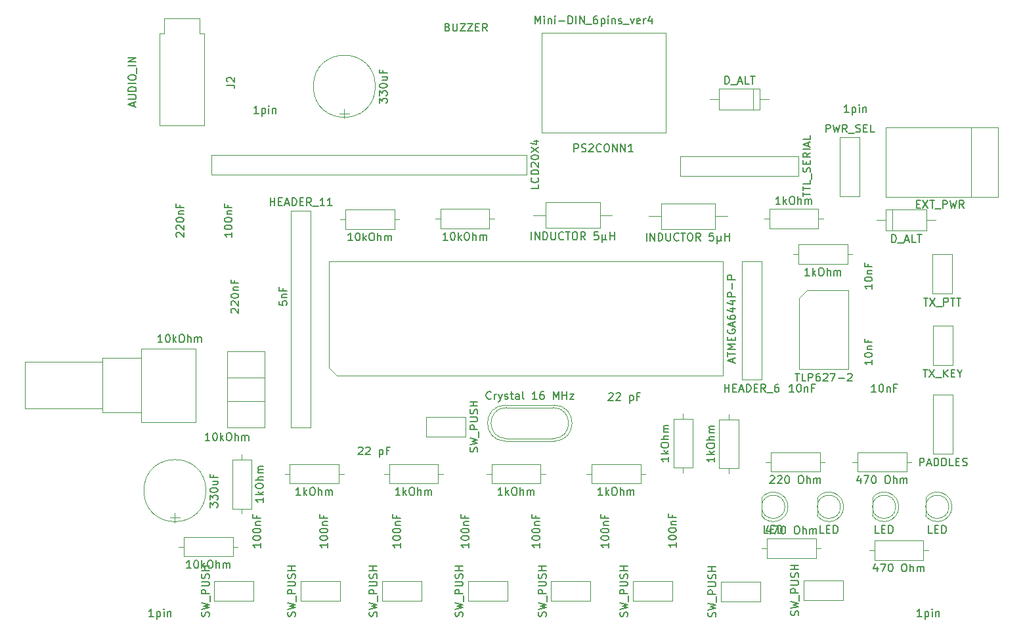
<source format=gbr>
G04 #@! TF.FileFunction,Other,Fab,Top*
%FSLAX46Y46*%
G04 Gerber Fmt 4.6, Leading zero omitted, Abs format (unit mm)*
G04 Created by KiCad (PCBNEW 4.0.5+dfsg1-4) date Sat Jul  7 08:12:10 2018*
%MOMM*%
%LPD*%
G01*
G04 APERTURE LIST*
%ADD10C,0.100000*%
%ADD11C,0.150000*%
G04 APERTURE END LIST*
D10*
X154590000Y-68816000D02*
X154590000Y-56016000D01*
X154590000Y-56016000D02*
X170590000Y-56016000D01*
X170590000Y-56016000D02*
X170590000Y-68816000D01*
X170590000Y-68816000D02*
X154590000Y-68816000D01*
X190142445Y-118259476D02*
G75*
G03X190143000Y-115927810I1500555J1165476D01*
G01*
X193143000Y-117094000D02*
G75*
G03X193143000Y-117094000I-1500000J0D01*
G01*
X190143000Y-115927810D02*
X190143000Y-118260190D01*
X197254445Y-118259476D02*
G75*
G03X197255000Y-115927810I1500555J1165476D01*
G01*
X200255000Y-117094000D02*
G75*
G03X200255000Y-117094000I-1500000J0D01*
G01*
X197255000Y-115927810D02*
X197255000Y-118260190D01*
X204112445Y-118259476D02*
G75*
G03X204113000Y-115927810I1500555J1165476D01*
G01*
X207113000Y-117094000D02*
G75*
G03X207113000Y-117094000I-1500000J0D01*
G01*
X204113000Y-115927810D02*
X204113000Y-118260190D01*
X127190000Y-99202000D02*
X127190000Y-85472000D01*
X127190000Y-85472000D02*
X177990000Y-85472000D01*
X177990000Y-85472000D02*
X177990000Y-100202000D01*
X177990000Y-100202000D02*
X128190000Y-100202000D01*
X128190000Y-100202000D02*
X127190000Y-99202000D01*
X188833000Y-89154000D02*
X194183000Y-89154000D01*
X194183000Y-89154000D02*
X194183000Y-99314000D01*
X194183000Y-99314000D02*
X187833000Y-99314000D01*
X187833000Y-99314000D02*
X187833000Y-90154000D01*
X187833000Y-90154000D02*
X188833000Y-89154000D01*
X169982000Y-77979000D02*
X169982000Y-81279000D01*
X169982000Y-81279000D02*
X176982000Y-81279000D01*
X176982000Y-81279000D02*
X176982000Y-77979000D01*
X176982000Y-77979000D02*
X169982000Y-77979000D01*
X168402000Y-79629000D02*
X169982000Y-79629000D01*
X178562000Y-79629000D02*
X176982000Y-79629000D01*
X155123000Y-77852000D02*
X155123000Y-81152000D01*
X155123000Y-81152000D02*
X162123000Y-81152000D01*
X162123000Y-81152000D02*
X162123000Y-77852000D01*
X162123000Y-77852000D02*
X155123000Y-77852000D01*
X153543000Y-79502000D02*
X155123000Y-79502000D01*
X163703000Y-79502000D02*
X162123000Y-79502000D01*
X108483000Y-120988000D02*
X108483000Y-123488000D01*
X108483000Y-123488000D02*
X114783000Y-123488000D01*
X114783000Y-123488000D02*
X114783000Y-120988000D01*
X114783000Y-120988000D02*
X108483000Y-120988000D01*
X107823000Y-122238000D02*
X108483000Y-122238000D01*
X115443000Y-122238000D02*
X114783000Y-122238000D01*
X114701000Y-117323000D02*
X117201000Y-117323000D01*
X117201000Y-117323000D02*
X117201000Y-111023000D01*
X117201000Y-111023000D02*
X114701000Y-111023000D01*
X114701000Y-111023000D02*
X114701000Y-117323000D01*
X115951000Y-117983000D02*
X115951000Y-117323000D01*
X115951000Y-110363000D02*
X115951000Y-111023000D01*
X122136000Y-111590000D02*
X122136000Y-114090000D01*
X122136000Y-114090000D02*
X128436000Y-114090000D01*
X128436000Y-114090000D02*
X128436000Y-111590000D01*
X128436000Y-111590000D02*
X122136000Y-111590000D01*
X121476000Y-112840000D02*
X122136000Y-112840000D01*
X129096000Y-112840000D02*
X128436000Y-112840000D01*
X134962000Y-111590000D02*
X134962000Y-114090000D01*
X134962000Y-114090000D02*
X141262000Y-114090000D01*
X141262000Y-114090000D02*
X141262000Y-111590000D01*
X141262000Y-111590000D02*
X134962000Y-111590000D01*
X134302000Y-112840000D02*
X134962000Y-112840000D01*
X141922000Y-112840000D02*
X141262000Y-112840000D01*
X148170000Y-111590000D02*
X148170000Y-114090000D01*
X148170000Y-114090000D02*
X154470000Y-114090000D01*
X154470000Y-114090000D02*
X154470000Y-111590000D01*
X154470000Y-111590000D02*
X148170000Y-111590000D01*
X147510000Y-112840000D02*
X148170000Y-112840000D01*
X155130000Y-112840000D02*
X154470000Y-112840000D01*
X195351000Y-110066000D02*
X195351000Y-112566000D01*
X195351000Y-112566000D02*
X201651000Y-112566000D01*
X201651000Y-112566000D02*
X201651000Y-110066000D01*
X201651000Y-110066000D02*
X195351000Y-110066000D01*
X194691000Y-111316000D02*
X195351000Y-111316000D01*
X202311000Y-111316000D02*
X201651000Y-111316000D01*
X189967000Y-123678000D02*
X189967000Y-121178000D01*
X189967000Y-121178000D02*
X183667000Y-121178000D01*
X183667000Y-121178000D02*
X183667000Y-123678000D01*
X183667000Y-123678000D02*
X189967000Y-123678000D01*
X190627000Y-122428000D02*
X189967000Y-122428000D01*
X183007000Y-122428000D02*
X183667000Y-122428000D01*
X197510000Y-121432000D02*
X197510000Y-123932000D01*
X197510000Y-123932000D02*
X203810000Y-123932000D01*
X203810000Y-123932000D02*
X203810000Y-121432000D01*
X203810000Y-121432000D02*
X197510000Y-121432000D01*
X196850000Y-122682000D02*
X197510000Y-122682000D01*
X204470000Y-122682000D02*
X203810000Y-122682000D01*
X184175000Y-110066000D02*
X184175000Y-112566000D01*
X184175000Y-112566000D02*
X190475000Y-112566000D01*
X190475000Y-112566000D02*
X190475000Y-110066000D01*
X190475000Y-110066000D02*
X184175000Y-110066000D01*
X183515000Y-111316000D02*
X184175000Y-111316000D01*
X191135000Y-111316000D02*
X190475000Y-111316000D01*
X190284000Y-81196500D02*
X190284000Y-78696500D01*
X190284000Y-78696500D02*
X183984000Y-78696500D01*
X183984000Y-78696500D02*
X183984000Y-81196500D01*
X183984000Y-81196500D02*
X190284000Y-81196500D01*
X190944000Y-79946500D02*
X190284000Y-79946500D01*
X183324000Y-79946500D02*
X183984000Y-79946500D01*
X187731000Y-83268500D02*
X187731000Y-85768500D01*
X187731000Y-85768500D02*
X194031000Y-85768500D01*
X194031000Y-85768500D02*
X194031000Y-83268500D01*
X194031000Y-83268500D02*
X187731000Y-83268500D01*
X187071000Y-84518500D02*
X187731000Y-84518500D01*
X194691000Y-84518500D02*
X194031000Y-84518500D01*
X129311000Y-78760000D02*
X129311000Y-81260000D01*
X129311000Y-81260000D02*
X135611000Y-81260000D01*
X135611000Y-81260000D02*
X135611000Y-78760000D01*
X135611000Y-78760000D02*
X129311000Y-78760000D01*
X128651000Y-80010000D02*
X129311000Y-80010000D01*
X136271000Y-80010000D02*
X135611000Y-80010000D01*
X141566000Y-78696500D02*
X141566000Y-81196500D01*
X141566000Y-81196500D02*
X147866000Y-81196500D01*
X147866000Y-81196500D02*
X147866000Y-78696500D01*
X147866000Y-78696500D02*
X141566000Y-78696500D01*
X140906000Y-79946500D02*
X141566000Y-79946500D01*
X148526000Y-79946500D02*
X147866000Y-79946500D01*
X156197000Y-103974000D02*
G75*
G02X156197000Y-108624000I0J-2325000D01*
G01*
X149947000Y-103974000D02*
G75*
G03X149947000Y-108624000I0J-2325000D01*
G01*
X156072000Y-104299000D02*
G75*
G02X156072000Y-108299000I0J-2000000D01*
G01*
X150072000Y-104299000D02*
G75*
G03X150072000Y-108299000I0J-2000000D01*
G01*
X156197000Y-108624000D02*
X149947000Y-108624000D01*
X156197000Y-103974000D02*
X149947000Y-103974000D01*
X156072000Y-108299000D02*
X150072000Y-108299000D01*
X156072000Y-104299000D02*
X150072000Y-104299000D01*
X117475000Y-126682000D02*
X112395000Y-126682000D01*
X112395000Y-126682000D02*
X112395000Y-129222000D01*
X112395000Y-129222000D02*
X117475000Y-129222000D01*
X117475000Y-129222000D02*
X117475000Y-126682000D01*
X128588000Y-126682000D02*
X123508000Y-126682000D01*
X123508000Y-126682000D02*
X123508000Y-129222000D01*
X123508000Y-129222000D02*
X128588000Y-129222000D01*
X128588000Y-129222000D02*
X128588000Y-126682000D01*
X139128000Y-126682000D02*
X134048000Y-126682000D01*
X134048000Y-126682000D02*
X134048000Y-129222000D01*
X134048000Y-129222000D02*
X139128000Y-129222000D01*
X139128000Y-129222000D02*
X139128000Y-126682000D01*
X150178000Y-126682000D02*
X145098000Y-126682000D01*
X145098000Y-126682000D02*
X145098000Y-129222000D01*
X145098000Y-129222000D02*
X150178000Y-129222000D01*
X150178000Y-129222000D02*
X150178000Y-126682000D01*
X160909000Y-126682000D02*
X155829000Y-126682000D01*
X155829000Y-126682000D02*
X155829000Y-129222000D01*
X155829000Y-129222000D02*
X160909000Y-129222000D01*
X160909000Y-129222000D02*
X160909000Y-126682000D01*
X204978000Y-84518500D02*
X204978000Y-89598500D01*
X204978000Y-89598500D02*
X207518000Y-89598500D01*
X207518000Y-89598500D02*
X207518000Y-84518500D01*
X207518000Y-84518500D02*
X204978000Y-84518500D01*
X205042000Y-93726000D02*
X205042000Y-98806000D01*
X205042000Y-98806000D02*
X207582000Y-98806000D01*
X207582000Y-98806000D02*
X207582000Y-93726000D01*
X207582000Y-93726000D02*
X205042000Y-93726000D01*
X205105000Y-102616000D02*
X205105000Y-110236000D01*
X205105000Y-110236000D02*
X207645000Y-110236000D01*
X207645000Y-110236000D02*
X207645000Y-102616000D01*
X207645000Y-102616000D02*
X205105000Y-102616000D01*
X182686000Y-65866000D02*
X182686000Y-63166000D01*
X182686000Y-63166000D02*
X177486000Y-63166000D01*
X177486000Y-63166000D02*
X177486000Y-65866000D01*
X177486000Y-65866000D02*
X182686000Y-65866000D01*
X183896000Y-64516000D02*
X182686000Y-64516000D01*
X176276000Y-64516000D02*
X177486000Y-64516000D01*
X181906000Y-65866000D02*
X181906000Y-63166000D01*
X199012000Y-78787000D02*
X199012000Y-81487000D01*
X199012000Y-81487000D02*
X204212000Y-81487000D01*
X204212000Y-81487000D02*
X204212000Y-78787000D01*
X204212000Y-78787000D02*
X199012000Y-78787000D01*
X197802000Y-80137000D02*
X199012000Y-80137000D01*
X205422000Y-80137000D02*
X204212000Y-80137000D01*
X199792000Y-78787000D02*
X199792000Y-81487000D01*
X172466000Y-74422000D02*
X187706000Y-74422000D01*
X187706000Y-74422000D02*
X187706000Y-71882000D01*
X187706000Y-71882000D02*
X172466000Y-71882000D01*
X172466000Y-71882000D02*
X172466000Y-74422000D01*
X139700000Y-108014000D02*
X144780000Y-108014000D01*
X144780000Y-108014000D02*
X144780000Y-105474000D01*
X144780000Y-105474000D02*
X139700000Y-105474000D01*
X139700000Y-105474000D02*
X139700000Y-108014000D01*
X105304000Y-67880000D02*
X105304000Y-56080000D01*
X105304000Y-56080000D02*
X105904000Y-56080000D01*
X105904000Y-56080000D02*
X105904000Y-54080000D01*
X105904000Y-54080000D02*
X110504000Y-54080000D01*
X110504000Y-54080000D02*
X110504000Y-56080000D01*
X110504000Y-56080000D02*
X111104000Y-56080000D01*
X111104000Y-56080000D02*
X111104000Y-67880000D01*
X111104000Y-67880000D02*
X105304000Y-67880000D01*
X110000000Y-106183000D02*
X110000000Y-96683000D01*
X110000000Y-96683000D02*
X102950000Y-96683000D01*
X102950000Y-96683000D02*
X102950000Y-106183000D01*
X102950000Y-106183000D02*
X110000000Y-106183000D01*
X102950000Y-104933000D02*
X102950000Y-97933000D01*
X102950000Y-97933000D02*
X97950000Y-97933000D01*
X97950000Y-97933000D02*
X97950000Y-104933000D01*
X97950000Y-104933000D02*
X102950000Y-104933000D01*
X97950000Y-104433000D02*
X97950000Y-98433000D01*
X97950000Y-98433000D02*
X87950000Y-98433000D01*
X87950000Y-98433000D02*
X87950000Y-104433000D01*
X87950000Y-104433000D02*
X97950000Y-104433000D01*
X118846000Y-97041000D02*
X118846000Y-106841000D01*
X118846000Y-106841000D02*
X114046000Y-106841000D01*
X114046000Y-106841000D02*
X114046000Y-97041000D01*
X114046000Y-97041000D02*
X118846000Y-97041000D01*
X114046000Y-100441000D02*
X114046000Y-103441000D01*
X114046000Y-103441000D02*
X118846000Y-103441000D01*
X118846000Y-103441000D02*
X118846000Y-100441000D01*
X118846000Y-100441000D02*
X114046000Y-100441000D01*
X112014000Y-74231500D02*
X152654000Y-74231500D01*
X152654000Y-74231500D02*
X152654000Y-71691500D01*
X152654000Y-71691500D02*
X112014000Y-71691500D01*
X112014000Y-71691500D02*
X112014000Y-74231500D01*
X180404000Y-85471000D02*
X180404000Y-100711000D01*
X180404000Y-100711000D02*
X182944000Y-100711000D01*
X182944000Y-100711000D02*
X182944000Y-85471000D01*
X182944000Y-85471000D02*
X180404000Y-85471000D01*
X124841000Y-106870000D02*
X124841000Y-78930000D01*
X124841000Y-78930000D02*
X122301000Y-78930000D01*
X122301000Y-78930000D02*
X122301000Y-106870000D01*
X122301000Y-106870000D02*
X124841000Y-106870000D01*
X195580000Y-77089000D02*
X195580000Y-69469000D01*
X195580000Y-69469000D02*
X193040000Y-69469000D01*
X193040000Y-69469000D02*
X193040000Y-77089000D01*
X193040000Y-77089000D02*
X195580000Y-77089000D01*
X209971000Y-77144000D02*
X209971000Y-68144000D01*
X213471000Y-77144000D02*
X213471000Y-68144000D01*
X213471000Y-68144000D02*
X198971000Y-68144000D01*
X198971000Y-68144000D02*
X198971000Y-77144000D01*
X198971000Y-77144000D02*
X213471000Y-77144000D01*
X133159000Y-62870000D02*
G75*
G03X133159000Y-62870000I-4000000J0D01*
G01*
X129159000Y-66970000D02*
X129159000Y-65770000D01*
X128509000Y-66370000D02*
X129809000Y-66370000D01*
X111315000Y-115004000D02*
G75*
G03X111315000Y-115004000I-4000000J0D01*
G01*
X107315000Y-119104000D02*
X107315000Y-117904000D01*
X106665000Y-118504000D02*
X107965000Y-118504000D01*
X182967445Y-118259476D02*
G75*
G03X182968000Y-115927810I1500555J1165476D01*
G01*
X185968000Y-117094000D02*
G75*
G03X185968000Y-117094000I-1500000J0D01*
G01*
X182968000Y-115927810D02*
X182968000Y-118260190D01*
X174097000Y-105752000D02*
X171597000Y-105752000D01*
X171597000Y-105752000D02*
X171597000Y-112052000D01*
X171597000Y-112052000D02*
X174097000Y-112052000D01*
X174097000Y-112052000D02*
X174097000Y-105752000D01*
X172847000Y-105092000D02*
X172847000Y-105752000D01*
X172847000Y-112712000D02*
X172847000Y-112052000D01*
X161061000Y-111590000D02*
X161061000Y-114090000D01*
X161061000Y-114090000D02*
X167361000Y-114090000D01*
X167361000Y-114090000D02*
X167361000Y-111590000D01*
X167361000Y-111590000D02*
X161061000Y-111590000D01*
X160401000Y-112840000D02*
X161061000Y-112840000D01*
X168021000Y-112840000D02*
X167361000Y-112840000D01*
X180002000Y-105816000D02*
X177502000Y-105816000D01*
X177502000Y-105816000D02*
X177502000Y-112116000D01*
X177502000Y-112116000D02*
X180002000Y-112116000D01*
X180002000Y-112116000D02*
X180002000Y-105816000D01*
X178752000Y-105156000D02*
X178752000Y-105816000D01*
X178752000Y-112776000D02*
X178752000Y-112116000D01*
X171450000Y-126682000D02*
X166370000Y-126682000D01*
X166370000Y-126682000D02*
X166370000Y-129222000D01*
X166370000Y-129222000D02*
X171450000Y-129222000D01*
X171450000Y-129222000D02*
X171450000Y-126682000D01*
X182816000Y-126746000D02*
X177736000Y-126746000D01*
X177736000Y-126746000D02*
X177736000Y-129286000D01*
X177736000Y-129286000D02*
X182816000Y-129286000D01*
X182816000Y-129286000D02*
X182816000Y-126746000D01*
X193484000Y-126556000D02*
X188404000Y-126556000D01*
X188404000Y-126556000D02*
X188404000Y-129096000D01*
X188404000Y-129096000D02*
X193484000Y-129096000D01*
X193484000Y-129096000D02*
X193484000Y-126556000D01*
D11*
X153796191Y-54818381D02*
X153796191Y-53818381D01*
X154129525Y-54532667D01*
X154462858Y-53818381D01*
X154462858Y-54818381D01*
X154939048Y-54818381D02*
X154939048Y-54151714D01*
X154939048Y-53818381D02*
X154891429Y-53866000D01*
X154939048Y-53913619D01*
X154986667Y-53866000D01*
X154939048Y-53818381D01*
X154939048Y-53913619D01*
X155415238Y-54151714D02*
X155415238Y-54818381D01*
X155415238Y-54246952D02*
X155462857Y-54199333D01*
X155558095Y-54151714D01*
X155700953Y-54151714D01*
X155796191Y-54199333D01*
X155843810Y-54294571D01*
X155843810Y-54818381D01*
X156320000Y-54818381D02*
X156320000Y-54151714D01*
X156320000Y-53818381D02*
X156272381Y-53866000D01*
X156320000Y-53913619D01*
X156367619Y-53866000D01*
X156320000Y-53818381D01*
X156320000Y-53913619D01*
X156796190Y-54437429D02*
X157558095Y-54437429D01*
X158034285Y-54818381D02*
X158034285Y-53818381D01*
X158272380Y-53818381D01*
X158415238Y-53866000D01*
X158510476Y-53961238D01*
X158558095Y-54056476D01*
X158605714Y-54246952D01*
X158605714Y-54389810D01*
X158558095Y-54580286D01*
X158510476Y-54675524D01*
X158415238Y-54770762D01*
X158272380Y-54818381D01*
X158034285Y-54818381D01*
X159034285Y-54818381D02*
X159034285Y-53818381D01*
X159510475Y-54818381D02*
X159510475Y-53818381D01*
X160081904Y-54818381D01*
X160081904Y-53818381D01*
X160319999Y-54913619D02*
X161081904Y-54913619D01*
X161748571Y-53818381D02*
X161558094Y-53818381D01*
X161462856Y-53866000D01*
X161415237Y-53913619D01*
X161319999Y-54056476D01*
X161272380Y-54246952D01*
X161272380Y-54627905D01*
X161319999Y-54723143D01*
X161367618Y-54770762D01*
X161462856Y-54818381D01*
X161653333Y-54818381D01*
X161748571Y-54770762D01*
X161796190Y-54723143D01*
X161843809Y-54627905D01*
X161843809Y-54389810D01*
X161796190Y-54294571D01*
X161748571Y-54246952D01*
X161653333Y-54199333D01*
X161462856Y-54199333D01*
X161367618Y-54246952D01*
X161319999Y-54294571D01*
X161272380Y-54389810D01*
X162272380Y-54151714D02*
X162272380Y-55151714D01*
X162272380Y-54199333D02*
X162367618Y-54151714D01*
X162558095Y-54151714D01*
X162653333Y-54199333D01*
X162700952Y-54246952D01*
X162748571Y-54342190D01*
X162748571Y-54627905D01*
X162700952Y-54723143D01*
X162653333Y-54770762D01*
X162558095Y-54818381D01*
X162367618Y-54818381D01*
X162272380Y-54770762D01*
X163177142Y-54818381D02*
X163177142Y-54151714D01*
X163177142Y-53818381D02*
X163129523Y-53866000D01*
X163177142Y-53913619D01*
X163224761Y-53866000D01*
X163177142Y-53818381D01*
X163177142Y-53913619D01*
X163653332Y-54151714D02*
X163653332Y-54818381D01*
X163653332Y-54246952D02*
X163700951Y-54199333D01*
X163796189Y-54151714D01*
X163939047Y-54151714D01*
X164034285Y-54199333D01*
X164081904Y-54294571D01*
X164081904Y-54818381D01*
X164510475Y-54770762D02*
X164605713Y-54818381D01*
X164796189Y-54818381D01*
X164891428Y-54770762D01*
X164939047Y-54675524D01*
X164939047Y-54627905D01*
X164891428Y-54532667D01*
X164796189Y-54485048D01*
X164653332Y-54485048D01*
X164558094Y-54437429D01*
X164510475Y-54342190D01*
X164510475Y-54294571D01*
X164558094Y-54199333D01*
X164653332Y-54151714D01*
X164796189Y-54151714D01*
X164891428Y-54199333D01*
X165129523Y-54913619D02*
X165891428Y-54913619D01*
X166034285Y-54151714D02*
X166272380Y-54818381D01*
X166510476Y-54151714D01*
X167272381Y-54770762D02*
X167177143Y-54818381D01*
X166986666Y-54818381D01*
X166891428Y-54770762D01*
X166843809Y-54675524D01*
X166843809Y-54294571D01*
X166891428Y-54199333D01*
X166986666Y-54151714D01*
X167177143Y-54151714D01*
X167272381Y-54199333D01*
X167320000Y-54294571D01*
X167320000Y-54389810D01*
X166843809Y-54485048D01*
X167748571Y-54818381D02*
X167748571Y-54151714D01*
X167748571Y-54342190D02*
X167796190Y-54246952D01*
X167843809Y-54199333D01*
X167939047Y-54151714D01*
X168034286Y-54151714D01*
X168796191Y-54151714D02*
X168796191Y-54818381D01*
X168558095Y-53770762D02*
X168320000Y-54485048D01*
X168939048Y-54485048D01*
X158798095Y-71318381D02*
X158798095Y-70318381D01*
X159179048Y-70318381D01*
X159274286Y-70366000D01*
X159321905Y-70413619D01*
X159369524Y-70508857D01*
X159369524Y-70651714D01*
X159321905Y-70746952D01*
X159274286Y-70794571D01*
X159179048Y-70842190D01*
X158798095Y-70842190D01*
X159750476Y-71270762D02*
X159893333Y-71318381D01*
X160131429Y-71318381D01*
X160226667Y-71270762D01*
X160274286Y-71223143D01*
X160321905Y-71127905D01*
X160321905Y-71032667D01*
X160274286Y-70937429D01*
X160226667Y-70889810D01*
X160131429Y-70842190D01*
X159940952Y-70794571D01*
X159845714Y-70746952D01*
X159798095Y-70699333D01*
X159750476Y-70604095D01*
X159750476Y-70508857D01*
X159798095Y-70413619D01*
X159845714Y-70366000D01*
X159940952Y-70318381D01*
X160179048Y-70318381D01*
X160321905Y-70366000D01*
X160702857Y-70413619D02*
X160750476Y-70366000D01*
X160845714Y-70318381D01*
X161083810Y-70318381D01*
X161179048Y-70366000D01*
X161226667Y-70413619D01*
X161274286Y-70508857D01*
X161274286Y-70604095D01*
X161226667Y-70746952D01*
X160655238Y-71318381D01*
X161274286Y-71318381D01*
X162274286Y-71223143D02*
X162226667Y-71270762D01*
X162083810Y-71318381D01*
X161988572Y-71318381D01*
X161845714Y-71270762D01*
X161750476Y-71175524D01*
X161702857Y-71080286D01*
X161655238Y-70889810D01*
X161655238Y-70746952D01*
X161702857Y-70556476D01*
X161750476Y-70461238D01*
X161845714Y-70366000D01*
X161988572Y-70318381D01*
X162083810Y-70318381D01*
X162226667Y-70366000D01*
X162274286Y-70413619D01*
X162893333Y-70318381D02*
X163083810Y-70318381D01*
X163179048Y-70366000D01*
X163274286Y-70461238D01*
X163321905Y-70651714D01*
X163321905Y-70985048D01*
X163274286Y-71175524D01*
X163179048Y-71270762D01*
X163083810Y-71318381D01*
X162893333Y-71318381D01*
X162798095Y-71270762D01*
X162702857Y-71175524D01*
X162655238Y-70985048D01*
X162655238Y-70651714D01*
X162702857Y-70461238D01*
X162798095Y-70366000D01*
X162893333Y-70318381D01*
X163750476Y-71318381D02*
X163750476Y-70318381D01*
X164321905Y-71318381D01*
X164321905Y-70318381D01*
X164798095Y-71318381D02*
X164798095Y-70318381D01*
X165369524Y-71318381D01*
X165369524Y-70318381D01*
X166369524Y-71318381D02*
X165798095Y-71318381D01*
X166083809Y-71318381D02*
X166083809Y-70318381D01*
X165988571Y-70461238D01*
X165893333Y-70556476D01*
X165798095Y-70604095D01*
X194214858Y-66238381D02*
X193643429Y-66238381D01*
X193929143Y-66238381D02*
X193929143Y-65238381D01*
X193833905Y-65381238D01*
X193738667Y-65476476D01*
X193643429Y-65524095D01*
X194643429Y-65571714D02*
X194643429Y-66571714D01*
X194643429Y-65619333D02*
X194738667Y-65571714D01*
X194929144Y-65571714D01*
X195024382Y-65619333D01*
X195072001Y-65666952D01*
X195119620Y-65762190D01*
X195119620Y-66047905D01*
X195072001Y-66143143D01*
X195024382Y-66190762D01*
X194929144Y-66238381D01*
X194738667Y-66238381D01*
X194643429Y-66190762D01*
X195548191Y-66238381D02*
X195548191Y-65571714D01*
X195548191Y-65238381D02*
X195500572Y-65286000D01*
X195548191Y-65333619D01*
X195595810Y-65286000D01*
X195548191Y-65238381D01*
X195548191Y-65333619D01*
X196024381Y-65571714D02*
X196024381Y-66238381D01*
X196024381Y-65666952D02*
X196072000Y-65619333D01*
X196167238Y-65571714D01*
X196310096Y-65571714D01*
X196405334Y-65619333D01*
X196452953Y-65714571D01*
X196452953Y-66238381D01*
X118078858Y-66365381D02*
X117507429Y-66365381D01*
X117793143Y-66365381D02*
X117793143Y-65365381D01*
X117697905Y-65508238D01*
X117602667Y-65603476D01*
X117507429Y-65651095D01*
X118507429Y-65698714D02*
X118507429Y-66698714D01*
X118507429Y-65746333D02*
X118602667Y-65698714D01*
X118793144Y-65698714D01*
X118888382Y-65746333D01*
X118936001Y-65793952D01*
X118983620Y-65889190D01*
X118983620Y-66174905D01*
X118936001Y-66270143D01*
X118888382Y-66317762D01*
X118793144Y-66365381D01*
X118602667Y-66365381D01*
X118507429Y-66317762D01*
X119412191Y-66365381D02*
X119412191Y-65698714D01*
X119412191Y-65365381D02*
X119364572Y-65413000D01*
X119412191Y-65460619D01*
X119459810Y-65413000D01*
X119412191Y-65365381D01*
X119412191Y-65460619D01*
X119888381Y-65698714D02*
X119888381Y-66365381D01*
X119888381Y-65793952D02*
X119936000Y-65746333D01*
X120031238Y-65698714D01*
X120174096Y-65698714D01*
X120269334Y-65746333D01*
X120316953Y-65841571D01*
X120316953Y-66365381D01*
X104552858Y-131262381D02*
X103981429Y-131262381D01*
X104267143Y-131262381D02*
X104267143Y-130262381D01*
X104171905Y-130405238D01*
X104076667Y-130500476D01*
X103981429Y-130548095D01*
X104981429Y-130595714D02*
X104981429Y-131595714D01*
X104981429Y-130643333D02*
X105076667Y-130595714D01*
X105267144Y-130595714D01*
X105362382Y-130643333D01*
X105410001Y-130690952D01*
X105457620Y-130786190D01*
X105457620Y-131071905D01*
X105410001Y-131167143D01*
X105362382Y-131214762D01*
X105267144Y-131262381D01*
X105076667Y-131262381D01*
X104981429Y-131214762D01*
X105886191Y-131262381D02*
X105886191Y-130595714D01*
X105886191Y-130262381D02*
X105838572Y-130310000D01*
X105886191Y-130357619D01*
X105933810Y-130310000D01*
X105886191Y-130262381D01*
X105886191Y-130357619D01*
X106362381Y-130595714D02*
X106362381Y-131262381D01*
X106362381Y-130690952D02*
X106410000Y-130643333D01*
X106505238Y-130595714D01*
X106648096Y-130595714D01*
X106743334Y-130643333D01*
X106790953Y-130738571D01*
X106790953Y-131262381D01*
X142471618Y-55237071D02*
X142614475Y-55284690D01*
X142662094Y-55332310D01*
X142709713Y-55427548D01*
X142709713Y-55570405D01*
X142662094Y-55665643D01*
X142614475Y-55713262D01*
X142519237Y-55760881D01*
X142138284Y-55760881D01*
X142138284Y-54760881D01*
X142471618Y-54760881D01*
X142566856Y-54808500D01*
X142614475Y-54856119D01*
X142662094Y-54951357D01*
X142662094Y-55046595D01*
X142614475Y-55141833D01*
X142566856Y-55189452D01*
X142471618Y-55237071D01*
X142138284Y-55237071D01*
X143138284Y-54760881D02*
X143138284Y-55570405D01*
X143185903Y-55665643D01*
X143233522Y-55713262D01*
X143328760Y-55760881D01*
X143519237Y-55760881D01*
X143614475Y-55713262D01*
X143662094Y-55665643D01*
X143709713Y-55570405D01*
X143709713Y-54760881D01*
X144090665Y-54760881D02*
X144757332Y-54760881D01*
X144090665Y-55760881D01*
X144757332Y-55760881D01*
X145043046Y-54760881D02*
X145709713Y-54760881D01*
X145043046Y-55760881D01*
X145709713Y-55760881D01*
X146090665Y-55237071D02*
X146423999Y-55237071D01*
X146566856Y-55760881D02*
X146090665Y-55760881D01*
X146090665Y-54760881D01*
X146566856Y-54760881D01*
X147566856Y-55760881D02*
X147233522Y-55284690D01*
X146995427Y-55760881D02*
X146995427Y-54760881D01*
X147376380Y-54760881D01*
X147471618Y-54808500D01*
X147519237Y-54856119D01*
X147566856Y-54951357D01*
X147566856Y-55094214D01*
X147519237Y-55189452D01*
X147471618Y-55237071D01*
X147376380Y-55284690D01*
X146995427Y-55284690D01*
X120744381Y-90598857D02*
X120744381Y-91075048D01*
X121220571Y-91122667D01*
X121172952Y-91075048D01*
X121125333Y-90979810D01*
X121125333Y-90741714D01*
X121172952Y-90646476D01*
X121220571Y-90598857D01*
X121315810Y-90551238D01*
X121553905Y-90551238D01*
X121649143Y-90598857D01*
X121696762Y-90646476D01*
X121744381Y-90741714D01*
X121744381Y-90979810D01*
X121696762Y-91075048D01*
X121649143Y-91122667D01*
X121077714Y-90122667D02*
X121744381Y-90122667D01*
X121172952Y-90122667D02*
X121125333Y-90075048D01*
X121077714Y-89979810D01*
X121077714Y-89836952D01*
X121125333Y-89741714D01*
X121220571Y-89694095D01*
X121744381Y-89694095D01*
X121220571Y-88884571D02*
X121220571Y-89217905D01*
X121744381Y-89217905D02*
X120744381Y-89217905D01*
X120744381Y-88741714D01*
X197723572Y-102298381D02*
X197152143Y-102298381D01*
X197437857Y-102298381D02*
X197437857Y-101298381D01*
X197342619Y-101441238D01*
X197247381Y-101536476D01*
X197152143Y-101584095D01*
X198342619Y-101298381D02*
X198437858Y-101298381D01*
X198533096Y-101346000D01*
X198580715Y-101393619D01*
X198628334Y-101488857D01*
X198675953Y-101679333D01*
X198675953Y-101917429D01*
X198628334Y-102107905D01*
X198580715Y-102203143D01*
X198533096Y-102250762D01*
X198437858Y-102298381D01*
X198342619Y-102298381D01*
X198247381Y-102250762D01*
X198199762Y-102203143D01*
X198152143Y-102107905D01*
X198104524Y-101917429D01*
X198104524Y-101679333D01*
X198152143Y-101488857D01*
X198199762Y-101393619D01*
X198247381Y-101346000D01*
X198342619Y-101298381D01*
X199104524Y-101631714D02*
X199104524Y-102298381D01*
X199104524Y-101726952D02*
X199152143Y-101679333D01*
X199247381Y-101631714D01*
X199390239Y-101631714D01*
X199485477Y-101679333D01*
X199533096Y-101774571D01*
X199533096Y-102298381D01*
X200342620Y-101774571D02*
X200009286Y-101774571D01*
X200009286Y-102298381D02*
X200009286Y-101298381D01*
X200485477Y-101298381D01*
X187118572Y-102298381D02*
X186547143Y-102298381D01*
X186832857Y-102298381D02*
X186832857Y-101298381D01*
X186737619Y-101441238D01*
X186642381Y-101536476D01*
X186547143Y-101584095D01*
X187737619Y-101298381D02*
X187832858Y-101298381D01*
X187928096Y-101346000D01*
X187975715Y-101393619D01*
X188023334Y-101488857D01*
X188070953Y-101679333D01*
X188070953Y-101917429D01*
X188023334Y-102107905D01*
X187975715Y-102203143D01*
X187928096Y-102250762D01*
X187832858Y-102298381D01*
X187737619Y-102298381D01*
X187642381Y-102250762D01*
X187594762Y-102203143D01*
X187547143Y-102107905D01*
X187499524Y-101917429D01*
X187499524Y-101679333D01*
X187547143Y-101488857D01*
X187594762Y-101393619D01*
X187642381Y-101346000D01*
X187737619Y-101298381D01*
X188499524Y-101631714D02*
X188499524Y-102298381D01*
X188499524Y-101726952D02*
X188547143Y-101679333D01*
X188642381Y-101631714D01*
X188785239Y-101631714D01*
X188880477Y-101679333D01*
X188928096Y-101774571D01*
X188928096Y-102298381D01*
X189737620Y-101774571D02*
X189404286Y-101774571D01*
X189404286Y-102298381D02*
X189404286Y-101298381D01*
X189880477Y-101298381D01*
X197231381Y-88407428D02*
X197231381Y-88978857D01*
X197231381Y-88693143D02*
X196231381Y-88693143D01*
X196374238Y-88788381D01*
X196469476Y-88883619D01*
X196517095Y-88978857D01*
X196231381Y-87788381D02*
X196231381Y-87693142D01*
X196279000Y-87597904D01*
X196326619Y-87550285D01*
X196421857Y-87502666D01*
X196612333Y-87455047D01*
X196850429Y-87455047D01*
X197040905Y-87502666D01*
X197136143Y-87550285D01*
X197183762Y-87597904D01*
X197231381Y-87693142D01*
X197231381Y-87788381D01*
X197183762Y-87883619D01*
X197136143Y-87931238D01*
X197040905Y-87978857D01*
X196850429Y-88026476D01*
X196612333Y-88026476D01*
X196421857Y-87978857D01*
X196326619Y-87931238D01*
X196279000Y-87883619D01*
X196231381Y-87788381D01*
X196564714Y-87026476D02*
X197231381Y-87026476D01*
X196659952Y-87026476D02*
X196612333Y-86978857D01*
X196564714Y-86883619D01*
X196564714Y-86740761D01*
X196612333Y-86645523D01*
X196707571Y-86597904D01*
X197231381Y-86597904D01*
X196707571Y-85788380D02*
X196707571Y-86121714D01*
X197231381Y-86121714D02*
X196231381Y-86121714D01*
X196231381Y-85645523D01*
X197231381Y-98186428D02*
X197231381Y-98757857D01*
X197231381Y-98472143D02*
X196231381Y-98472143D01*
X196374238Y-98567381D01*
X196469476Y-98662619D01*
X196517095Y-98757857D01*
X196231381Y-97567381D02*
X196231381Y-97472142D01*
X196279000Y-97376904D01*
X196326619Y-97329285D01*
X196421857Y-97281666D01*
X196612333Y-97234047D01*
X196850429Y-97234047D01*
X197040905Y-97281666D01*
X197136143Y-97329285D01*
X197183762Y-97376904D01*
X197231381Y-97472142D01*
X197231381Y-97567381D01*
X197183762Y-97662619D01*
X197136143Y-97710238D01*
X197040905Y-97757857D01*
X196850429Y-97805476D01*
X196612333Y-97805476D01*
X196421857Y-97757857D01*
X196326619Y-97710238D01*
X196279000Y-97662619D01*
X196231381Y-97567381D01*
X196564714Y-96805476D02*
X197231381Y-96805476D01*
X196659952Y-96805476D02*
X196612333Y-96757857D01*
X196564714Y-96662619D01*
X196564714Y-96519761D01*
X196612333Y-96424523D01*
X196707571Y-96376904D01*
X197231381Y-96376904D01*
X196707571Y-95567380D02*
X196707571Y-95900714D01*
X197231381Y-95900714D02*
X196231381Y-95900714D01*
X196231381Y-95424523D01*
X118364381Y-121776619D02*
X118364381Y-122348048D01*
X118364381Y-122062334D02*
X117364381Y-122062334D01*
X117507238Y-122157572D01*
X117602476Y-122252810D01*
X117650095Y-122348048D01*
X117364381Y-121157572D02*
X117364381Y-121062333D01*
X117412000Y-120967095D01*
X117459619Y-120919476D01*
X117554857Y-120871857D01*
X117745333Y-120824238D01*
X117983429Y-120824238D01*
X118173905Y-120871857D01*
X118269143Y-120919476D01*
X118316762Y-120967095D01*
X118364381Y-121062333D01*
X118364381Y-121157572D01*
X118316762Y-121252810D01*
X118269143Y-121300429D01*
X118173905Y-121348048D01*
X117983429Y-121395667D01*
X117745333Y-121395667D01*
X117554857Y-121348048D01*
X117459619Y-121300429D01*
X117412000Y-121252810D01*
X117364381Y-121157572D01*
X117364381Y-120205191D02*
X117364381Y-120109952D01*
X117412000Y-120014714D01*
X117459619Y-119967095D01*
X117554857Y-119919476D01*
X117745333Y-119871857D01*
X117983429Y-119871857D01*
X118173905Y-119919476D01*
X118269143Y-119967095D01*
X118316762Y-120014714D01*
X118364381Y-120109952D01*
X118364381Y-120205191D01*
X118316762Y-120300429D01*
X118269143Y-120348048D01*
X118173905Y-120395667D01*
X117983429Y-120443286D01*
X117745333Y-120443286D01*
X117554857Y-120395667D01*
X117459619Y-120348048D01*
X117412000Y-120300429D01*
X117364381Y-120205191D01*
X117697714Y-119443286D02*
X118364381Y-119443286D01*
X117792952Y-119443286D02*
X117745333Y-119395667D01*
X117697714Y-119300429D01*
X117697714Y-119157571D01*
X117745333Y-119062333D01*
X117840571Y-119014714D01*
X118364381Y-119014714D01*
X117840571Y-118205190D02*
X117840571Y-118538524D01*
X118364381Y-118538524D02*
X117364381Y-118538524D01*
X117364381Y-118062333D01*
X127000381Y-121776619D02*
X127000381Y-122348048D01*
X127000381Y-122062334D02*
X126000381Y-122062334D01*
X126143238Y-122157572D01*
X126238476Y-122252810D01*
X126286095Y-122348048D01*
X126000381Y-121157572D02*
X126000381Y-121062333D01*
X126048000Y-120967095D01*
X126095619Y-120919476D01*
X126190857Y-120871857D01*
X126381333Y-120824238D01*
X126619429Y-120824238D01*
X126809905Y-120871857D01*
X126905143Y-120919476D01*
X126952762Y-120967095D01*
X127000381Y-121062333D01*
X127000381Y-121157572D01*
X126952762Y-121252810D01*
X126905143Y-121300429D01*
X126809905Y-121348048D01*
X126619429Y-121395667D01*
X126381333Y-121395667D01*
X126190857Y-121348048D01*
X126095619Y-121300429D01*
X126048000Y-121252810D01*
X126000381Y-121157572D01*
X126000381Y-120205191D02*
X126000381Y-120109952D01*
X126048000Y-120014714D01*
X126095619Y-119967095D01*
X126190857Y-119919476D01*
X126381333Y-119871857D01*
X126619429Y-119871857D01*
X126809905Y-119919476D01*
X126905143Y-119967095D01*
X126952762Y-120014714D01*
X127000381Y-120109952D01*
X127000381Y-120205191D01*
X126952762Y-120300429D01*
X126905143Y-120348048D01*
X126809905Y-120395667D01*
X126619429Y-120443286D01*
X126381333Y-120443286D01*
X126190857Y-120395667D01*
X126095619Y-120348048D01*
X126048000Y-120300429D01*
X126000381Y-120205191D01*
X126333714Y-119443286D02*
X127000381Y-119443286D01*
X126428952Y-119443286D02*
X126381333Y-119395667D01*
X126333714Y-119300429D01*
X126333714Y-119157571D01*
X126381333Y-119062333D01*
X126476571Y-119014714D01*
X127000381Y-119014714D01*
X126476571Y-118205190D02*
X126476571Y-118538524D01*
X127000381Y-118538524D02*
X126000381Y-118538524D01*
X126000381Y-118062333D01*
X136398381Y-121776619D02*
X136398381Y-122348048D01*
X136398381Y-122062334D02*
X135398381Y-122062334D01*
X135541238Y-122157572D01*
X135636476Y-122252810D01*
X135684095Y-122348048D01*
X135398381Y-121157572D02*
X135398381Y-121062333D01*
X135446000Y-120967095D01*
X135493619Y-120919476D01*
X135588857Y-120871857D01*
X135779333Y-120824238D01*
X136017429Y-120824238D01*
X136207905Y-120871857D01*
X136303143Y-120919476D01*
X136350762Y-120967095D01*
X136398381Y-121062333D01*
X136398381Y-121157572D01*
X136350762Y-121252810D01*
X136303143Y-121300429D01*
X136207905Y-121348048D01*
X136017429Y-121395667D01*
X135779333Y-121395667D01*
X135588857Y-121348048D01*
X135493619Y-121300429D01*
X135446000Y-121252810D01*
X135398381Y-121157572D01*
X135398381Y-120205191D02*
X135398381Y-120109952D01*
X135446000Y-120014714D01*
X135493619Y-119967095D01*
X135588857Y-119919476D01*
X135779333Y-119871857D01*
X136017429Y-119871857D01*
X136207905Y-119919476D01*
X136303143Y-119967095D01*
X136350762Y-120014714D01*
X136398381Y-120109952D01*
X136398381Y-120205191D01*
X136350762Y-120300429D01*
X136303143Y-120348048D01*
X136207905Y-120395667D01*
X136017429Y-120443286D01*
X135779333Y-120443286D01*
X135588857Y-120395667D01*
X135493619Y-120348048D01*
X135446000Y-120300429D01*
X135398381Y-120205191D01*
X135731714Y-119443286D02*
X136398381Y-119443286D01*
X135826952Y-119443286D02*
X135779333Y-119395667D01*
X135731714Y-119300429D01*
X135731714Y-119157571D01*
X135779333Y-119062333D01*
X135874571Y-119014714D01*
X136398381Y-119014714D01*
X135874571Y-118205190D02*
X135874571Y-118538524D01*
X136398381Y-118538524D02*
X135398381Y-118538524D01*
X135398381Y-118062333D01*
X145224381Y-121776619D02*
X145224381Y-122348048D01*
X145224381Y-122062334D02*
X144224381Y-122062334D01*
X144367238Y-122157572D01*
X144462476Y-122252810D01*
X144510095Y-122348048D01*
X144224381Y-121157572D02*
X144224381Y-121062333D01*
X144272000Y-120967095D01*
X144319619Y-120919476D01*
X144414857Y-120871857D01*
X144605333Y-120824238D01*
X144843429Y-120824238D01*
X145033905Y-120871857D01*
X145129143Y-120919476D01*
X145176762Y-120967095D01*
X145224381Y-121062333D01*
X145224381Y-121157572D01*
X145176762Y-121252810D01*
X145129143Y-121300429D01*
X145033905Y-121348048D01*
X144843429Y-121395667D01*
X144605333Y-121395667D01*
X144414857Y-121348048D01*
X144319619Y-121300429D01*
X144272000Y-121252810D01*
X144224381Y-121157572D01*
X144224381Y-120205191D02*
X144224381Y-120109952D01*
X144272000Y-120014714D01*
X144319619Y-119967095D01*
X144414857Y-119919476D01*
X144605333Y-119871857D01*
X144843429Y-119871857D01*
X145033905Y-119919476D01*
X145129143Y-119967095D01*
X145176762Y-120014714D01*
X145224381Y-120109952D01*
X145224381Y-120205191D01*
X145176762Y-120300429D01*
X145129143Y-120348048D01*
X145033905Y-120395667D01*
X144843429Y-120443286D01*
X144605333Y-120443286D01*
X144414857Y-120395667D01*
X144319619Y-120348048D01*
X144272000Y-120300429D01*
X144224381Y-120205191D01*
X144557714Y-119443286D02*
X145224381Y-119443286D01*
X144652952Y-119443286D02*
X144605333Y-119395667D01*
X144557714Y-119300429D01*
X144557714Y-119157571D01*
X144605333Y-119062333D01*
X144700571Y-119014714D01*
X145224381Y-119014714D01*
X144700571Y-118205190D02*
X144700571Y-118538524D01*
X145224381Y-118538524D02*
X144224381Y-118538524D01*
X144224381Y-118062333D01*
X163243190Y-102473619D02*
X163290809Y-102426000D01*
X163386047Y-102378381D01*
X163624143Y-102378381D01*
X163719381Y-102426000D01*
X163767000Y-102473619D01*
X163814619Y-102568857D01*
X163814619Y-102664095D01*
X163767000Y-102806952D01*
X163195571Y-103378381D01*
X163814619Y-103378381D01*
X164195571Y-102473619D02*
X164243190Y-102426000D01*
X164338428Y-102378381D01*
X164576524Y-102378381D01*
X164671762Y-102426000D01*
X164719381Y-102473619D01*
X164767000Y-102568857D01*
X164767000Y-102664095D01*
X164719381Y-102806952D01*
X164147952Y-103378381D01*
X164767000Y-103378381D01*
X165957476Y-102711714D02*
X165957476Y-103711714D01*
X165957476Y-102759333D02*
X166052714Y-102711714D01*
X166243191Y-102711714D01*
X166338429Y-102759333D01*
X166386048Y-102806952D01*
X166433667Y-102902190D01*
X166433667Y-103187905D01*
X166386048Y-103283143D01*
X166338429Y-103330762D01*
X166243191Y-103378381D01*
X166052714Y-103378381D01*
X165957476Y-103330762D01*
X167195572Y-102854571D02*
X166862238Y-102854571D01*
X166862238Y-103378381D02*
X166862238Y-102378381D01*
X167338429Y-102378381D01*
X130968190Y-109473619D02*
X131015809Y-109426000D01*
X131111047Y-109378381D01*
X131349143Y-109378381D01*
X131444381Y-109426000D01*
X131492000Y-109473619D01*
X131539619Y-109568857D01*
X131539619Y-109664095D01*
X131492000Y-109806952D01*
X130920571Y-110378381D01*
X131539619Y-110378381D01*
X131920571Y-109473619D02*
X131968190Y-109426000D01*
X132063428Y-109378381D01*
X132301524Y-109378381D01*
X132396762Y-109426000D01*
X132444381Y-109473619D01*
X132492000Y-109568857D01*
X132492000Y-109664095D01*
X132444381Y-109806952D01*
X131872952Y-110378381D01*
X132492000Y-110378381D01*
X133682476Y-109711714D02*
X133682476Y-110711714D01*
X133682476Y-109759333D02*
X133777714Y-109711714D01*
X133968191Y-109711714D01*
X134063429Y-109759333D01*
X134111048Y-109806952D01*
X134158667Y-109902190D01*
X134158667Y-110187905D01*
X134111048Y-110283143D01*
X134063429Y-110330762D01*
X133968191Y-110378381D01*
X133777714Y-110378381D01*
X133682476Y-110330762D01*
X134920572Y-109854571D02*
X134587238Y-109854571D01*
X134587238Y-110378381D02*
X134587238Y-109378381D01*
X135063429Y-109378381D01*
X114681381Y-81708119D02*
X114681381Y-82279548D01*
X114681381Y-81993834D02*
X113681381Y-81993834D01*
X113824238Y-82089072D01*
X113919476Y-82184310D01*
X113967095Y-82279548D01*
X113681381Y-81089072D02*
X113681381Y-80993833D01*
X113729000Y-80898595D01*
X113776619Y-80850976D01*
X113871857Y-80803357D01*
X114062333Y-80755738D01*
X114300429Y-80755738D01*
X114490905Y-80803357D01*
X114586143Y-80850976D01*
X114633762Y-80898595D01*
X114681381Y-80993833D01*
X114681381Y-81089072D01*
X114633762Y-81184310D01*
X114586143Y-81231929D01*
X114490905Y-81279548D01*
X114300429Y-81327167D01*
X114062333Y-81327167D01*
X113871857Y-81279548D01*
X113776619Y-81231929D01*
X113729000Y-81184310D01*
X113681381Y-81089072D01*
X113681381Y-80136691D02*
X113681381Y-80041452D01*
X113729000Y-79946214D01*
X113776619Y-79898595D01*
X113871857Y-79850976D01*
X114062333Y-79803357D01*
X114300429Y-79803357D01*
X114490905Y-79850976D01*
X114586143Y-79898595D01*
X114633762Y-79946214D01*
X114681381Y-80041452D01*
X114681381Y-80136691D01*
X114633762Y-80231929D01*
X114586143Y-80279548D01*
X114490905Y-80327167D01*
X114300429Y-80374786D01*
X114062333Y-80374786D01*
X113871857Y-80327167D01*
X113776619Y-80279548D01*
X113729000Y-80231929D01*
X113681381Y-80136691D01*
X114014714Y-79374786D02*
X114681381Y-79374786D01*
X114109952Y-79374786D02*
X114062333Y-79327167D01*
X114014714Y-79231929D01*
X114014714Y-79089071D01*
X114062333Y-78993833D01*
X114157571Y-78946214D01*
X114681381Y-78946214D01*
X114157571Y-78136690D02*
X114157571Y-78470024D01*
X114681381Y-78470024D02*
X113681381Y-78470024D01*
X113681381Y-77993833D01*
X191000143Y-120506381D02*
X190523952Y-120506381D01*
X190523952Y-119506381D01*
X191333476Y-119982571D02*
X191666810Y-119982571D01*
X191809667Y-120506381D02*
X191333476Y-120506381D01*
X191333476Y-119506381D01*
X191809667Y-119506381D01*
X192238238Y-120506381D02*
X192238238Y-119506381D01*
X192476333Y-119506381D01*
X192619191Y-119554000D01*
X192714429Y-119649238D01*
X192762048Y-119744476D01*
X192809667Y-119934952D01*
X192809667Y-120077810D01*
X192762048Y-120268286D01*
X192714429Y-120363524D01*
X192619191Y-120458762D01*
X192476333Y-120506381D01*
X192238238Y-120506381D01*
X198112143Y-120506381D02*
X197635952Y-120506381D01*
X197635952Y-119506381D01*
X198445476Y-119982571D02*
X198778810Y-119982571D01*
X198921667Y-120506381D02*
X198445476Y-120506381D01*
X198445476Y-119506381D01*
X198921667Y-119506381D01*
X199350238Y-120506381D02*
X199350238Y-119506381D01*
X199588333Y-119506381D01*
X199731191Y-119554000D01*
X199826429Y-119649238D01*
X199874048Y-119744476D01*
X199921667Y-119934952D01*
X199921667Y-120077810D01*
X199874048Y-120268286D01*
X199826429Y-120363524D01*
X199731191Y-120458762D01*
X199588333Y-120506381D01*
X199350238Y-120506381D01*
X204970143Y-120506381D02*
X204493952Y-120506381D01*
X204493952Y-119506381D01*
X205303476Y-119982571D02*
X205636810Y-119982571D01*
X205779667Y-120506381D02*
X205303476Y-120506381D01*
X205303476Y-119506381D01*
X205779667Y-119506381D01*
X206208238Y-120506381D02*
X206208238Y-119506381D01*
X206446333Y-119506381D01*
X206589191Y-119554000D01*
X206684429Y-119649238D01*
X206732048Y-119744476D01*
X206779667Y-119934952D01*
X206779667Y-120077810D01*
X206732048Y-120268286D01*
X206684429Y-120363524D01*
X206589191Y-120458762D01*
X206446333Y-120506381D01*
X206208238Y-120506381D01*
X179276667Y-98456048D02*
X179276667Y-97979857D01*
X179562381Y-98551286D02*
X178562381Y-98217953D01*
X179562381Y-97884619D01*
X178562381Y-97694143D02*
X178562381Y-97122714D01*
X179562381Y-97408429D02*
X178562381Y-97408429D01*
X179562381Y-96789381D02*
X178562381Y-96789381D01*
X179276667Y-96456047D01*
X178562381Y-96122714D01*
X179562381Y-96122714D01*
X179038571Y-95646524D02*
X179038571Y-95313190D01*
X179562381Y-95170333D02*
X179562381Y-95646524D01*
X178562381Y-95646524D01*
X178562381Y-95170333D01*
X178610000Y-94217952D02*
X178562381Y-94313190D01*
X178562381Y-94456047D01*
X178610000Y-94598905D01*
X178705238Y-94694143D01*
X178800476Y-94741762D01*
X178990952Y-94789381D01*
X179133810Y-94789381D01*
X179324286Y-94741762D01*
X179419524Y-94694143D01*
X179514762Y-94598905D01*
X179562381Y-94456047D01*
X179562381Y-94360809D01*
X179514762Y-94217952D01*
X179467143Y-94170333D01*
X179133810Y-94170333D01*
X179133810Y-94360809D01*
X179276667Y-93789381D02*
X179276667Y-93313190D01*
X179562381Y-93884619D02*
X178562381Y-93551286D01*
X179562381Y-93217952D01*
X178562381Y-92456047D02*
X178562381Y-92646524D01*
X178610000Y-92741762D01*
X178657619Y-92789381D01*
X178800476Y-92884619D01*
X178990952Y-92932238D01*
X179371905Y-92932238D01*
X179467143Y-92884619D01*
X179514762Y-92837000D01*
X179562381Y-92741762D01*
X179562381Y-92551285D01*
X179514762Y-92456047D01*
X179467143Y-92408428D01*
X179371905Y-92360809D01*
X179133810Y-92360809D01*
X179038571Y-92408428D01*
X178990952Y-92456047D01*
X178943333Y-92551285D01*
X178943333Y-92741762D01*
X178990952Y-92837000D01*
X179038571Y-92884619D01*
X179133810Y-92932238D01*
X178895714Y-91503666D02*
X179562381Y-91503666D01*
X178514762Y-91741762D02*
X179229048Y-91979857D01*
X179229048Y-91360809D01*
X178895714Y-90551285D02*
X179562381Y-90551285D01*
X178514762Y-90789381D02*
X179229048Y-91027476D01*
X179229048Y-90408428D01*
X179562381Y-90027476D02*
X178562381Y-90027476D01*
X178562381Y-89646523D01*
X178610000Y-89551285D01*
X178657619Y-89503666D01*
X178752857Y-89456047D01*
X178895714Y-89456047D01*
X178990952Y-89503666D01*
X179038571Y-89551285D01*
X179086190Y-89646523D01*
X179086190Y-90027476D01*
X179181429Y-89027476D02*
X179181429Y-88265571D01*
X179562381Y-87789381D02*
X178562381Y-87789381D01*
X178562381Y-87408428D01*
X178610000Y-87313190D01*
X178657619Y-87265571D01*
X178752857Y-87217952D01*
X178895714Y-87217952D01*
X178990952Y-87265571D01*
X179038571Y-87313190D01*
X179086190Y-87408428D01*
X179086190Y-87789381D01*
X187293714Y-99886381D02*
X187865143Y-99886381D01*
X187579428Y-100886381D02*
X187579428Y-99886381D01*
X188674667Y-100886381D02*
X188198476Y-100886381D01*
X188198476Y-99886381D01*
X189008000Y-100886381D02*
X189008000Y-99886381D01*
X189388953Y-99886381D01*
X189484191Y-99934000D01*
X189531810Y-99981619D01*
X189579429Y-100076857D01*
X189579429Y-100219714D01*
X189531810Y-100314952D01*
X189484191Y-100362571D01*
X189388953Y-100410190D01*
X189008000Y-100410190D01*
X190436572Y-99886381D02*
X190246095Y-99886381D01*
X190150857Y-99934000D01*
X190103238Y-99981619D01*
X190008000Y-100124476D01*
X189960381Y-100314952D01*
X189960381Y-100695905D01*
X190008000Y-100791143D01*
X190055619Y-100838762D01*
X190150857Y-100886381D01*
X190341334Y-100886381D01*
X190436572Y-100838762D01*
X190484191Y-100791143D01*
X190531810Y-100695905D01*
X190531810Y-100457810D01*
X190484191Y-100362571D01*
X190436572Y-100314952D01*
X190341334Y-100267333D01*
X190150857Y-100267333D01*
X190055619Y-100314952D01*
X190008000Y-100362571D01*
X189960381Y-100457810D01*
X190912762Y-99981619D02*
X190960381Y-99934000D01*
X191055619Y-99886381D01*
X191293715Y-99886381D01*
X191388953Y-99934000D01*
X191436572Y-99981619D01*
X191484191Y-100076857D01*
X191484191Y-100172095D01*
X191436572Y-100314952D01*
X190865143Y-100886381D01*
X191484191Y-100886381D01*
X191817524Y-99886381D02*
X192484191Y-99886381D01*
X192055619Y-100886381D01*
X192865143Y-100505429D02*
X193627048Y-100505429D01*
X194055619Y-99981619D02*
X194103238Y-99934000D01*
X194198476Y-99886381D01*
X194436572Y-99886381D01*
X194531810Y-99934000D01*
X194579429Y-99981619D01*
X194627048Y-100076857D01*
X194627048Y-100172095D01*
X194579429Y-100314952D01*
X194008000Y-100886381D01*
X194627048Y-100886381D01*
X168124857Y-82791381D02*
X168124857Y-81791381D01*
X168601047Y-82791381D02*
X168601047Y-81791381D01*
X169172476Y-82791381D01*
X169172476Y-81791381D01*
X169648666Y-82791381D02*
X169648666Y-81791381D01*
X169886761Y-81791381D01*
X170029619Y-81839000D01*
X170124857Y-81934238D01*
X170172476Y-82029476D01*
X170220095Y-82219952D01*
X170220095Y-82362810D01*
X170172476Y-82553286D01*
X170124857Y-82648524D01*
X170029619Y-82743762D01*
X169886761Y-82791381D01*
X169648666Y-82791381D01*
X170648666Y-81791381D02*
X170648666Y-82600905D01*
X170696285Y-82696143D01*
X170743904Y-82743762D01*
X170839142Y-82791381D01*
X171029619Y-82791381D01*
X171124857Y-82743762D01*
X171172476Y-82696143D01*
X171220095Y-82600905D01*
X171220095Y-81791381D01*
X172267714Y-82696143D02*
X172220095Y-82743762D01*
X172077238Y-82791381D01*
X171982000Y-82791381D01*
X171839142Y-82743762D01*
X171743904Y-82648524D01*
X171696285Y-82553286D01*
X171648666Y-82362810D01*
X171648666Y-82219952D01*
X171696285Y-82029476D01*
X171743904Y-81934238D01*
X171839142Y-81839000D01*
X171982000Y-81791381D01*
X172077238Y-81791381D01*
X172220095Y-81839000D01*
X172267714Y-81886619D01*
X172553428Y-81791381D02*
X173124857Y-81791381D01*
X172839142Y-82791381D02*
X172839142Y-81791381D01*
X173648666Y-81791381D02*
X173839143Y-81791381D01*
X173934381Y-81839000D01*
X174029619Y-81934238D01*
X174077238Y-82124714D01*
X174077238Y-82458048D01*
X174029619Y-82648524D01*
X173934381Y-82743762D01*
X173839143Y-82791381D01*
X173648666Y-82791381D01*
X173553428Y-82743762D01*
X173458190Y-82648524D01*
X173410571Y-82458048D01*
X173410571Y-82124714D01*
X173458190Y-81934238D01*
X173553428Y-81839000D01*
X173648666Y-81791381D01*
X175077238Y-82791381D02*
X174743904Y-82315190D01*
X174505809Y-82791381D02*
X174505809Y-81791381D01*
X174886762Y-81791381D01*
X174982000Y-81839000D01*
X175029619Y-81886619D01*
X175077238Y-81981857D01*
X175077238Y-82124714D01*
X175029619Y-82219952D01*
X174982000Y-82267571D01*
X174886762Y-82315190D01*
X174505809Y-82315190D01*
X176743905Y-81791381D02*
X176267714Y-81791381D01*
X176220095Y-82267571D01*
X176267714Y-82219952D01*
X176362952Y-82172333D01*
X176601048Y-82172333D01*
X176696286Y-82219952D01*
X176743905Y-82267571D01*
X176791524Y-82362810D01*
X176791524Y-82600905D01*
X176743905Y-82696143D01*
X176696286Y-82743762D01*
X176601048Y-82791381D01*
X176362952Y-82791381D01*
X176267714Y-82743762D01*
X176220095Y-82696143D01*
X177220095Y-82124714D02*
X177220095Y-83124714D01*
X177696286Y-82648524D02*
X177743905Y-82743762D01*
X177839143Y-82791381D01*
X177220095Y-82648524D02*
X177267714Y-82743762D01*
X177362952Y-82791381D01*
X177553429Y-82791381D01*
X177648667Y-82743762D01*
X177696286Y-82648524D01*
X177696286Y-82124714D01*
X178267714Y-82791381D02*
X178267714Y-81791381D01*
X178267714Y-82267571D02*
X178839143Y-82267571D01*
X178839143Y-82791381D02*
X178839143Y-81791381D01*
X153265857Y-82664381D02*
X153265857Y-81664381D01*
X153742047Y-82664381D02*
X153742047Y-81664381D01*
X154313476Y-82664381D01*
X154313476Y-81664381D01*
X154789666Y-82664381D02*
X154789666Y-81664381D01*
X155027761Y-81664381D01*
X155170619Y-81712000D01*
X155265857Y-81807238D01*
X155313476Y-81902476D01*
X155361095Y-82092952D01*
X155361095Y-82235810D01*
X155313476Y-82426286D01*
X155265857Y-82521524D01*
X155170619Y-82616762D01*
X155027761Y-82664381D01*
X154789666Y-82664381D01*
X155789666Y-81664381D02*
X155789666Y-82473905D01*
X155837285Y-82569143D01*
X155884904Y-82616762D01*
X155980142Y-82664381D01*
X156170619Y-82664381D01*
X156265857Y-82616762D01*
X156313476Y-82569143D01*
X156361095Y-82473905D01*
X156361095Y-81664381D01*
X157408714Y-82569143D02*
X157361095Y-82616762D01*
X157218238Y-82664381D01*
X157123000Y-82664381D01*
X156980142Y-82616762D01*
X156884904Y-82521524D01*
X156837285Y-82426286D01*
X156789666Y-82235810D01*
X156789666Y-82092952D01*
X156837285Y-81902476D01*
X156884904Y-81807238D01*
X156980142Y-81712000D01*
X157123000Y-81664381D01*
X157218238Y-81664381D01*
X157361095Y-81712000D01*
X157408714Y-81759619D01*
X157694428Y-81664381D02*
X158265857Y-81664381D01*
X157980142Y-82664381D02*
X157980142Y-81664381D01*
X158789666Y-81664381D02*
X158980143Y-81664381D01*
X159075381Y-81712000D01*
X159170619Y-81807238D01*
X159218238Y-81997714D01*
X159218238Y-82331048D01*
X159170619Y-82521524D01*
X159075381Y-82616762D01*
X158980143Y-82664381D01*
X158789666Y-82664381D01*
X158694428Y-82616762D01*
X158599190Y-82521524D01*
X158551571Y-82331048D01*
X158551571Y-81997714D01*
X158599190Y-81807238D01*
X158694428Y-81712000D01*
X158789666Y-81664381D01*
X160218238Y-82664381D02*
X159884904Y-82188190D01*
X159646809Y-82664381D02*
X159646809Y-81664381D01*
X160027762Y-81664381D01*
X160123000Y-81712000D01*
X160170619Y-81759619D01*
X160218238Y-81854857D01*
X160218238Y-81997714D01*
X160170619Y-82092952D01*
X160123000Y-82140571D01*
X160027762Y-82188190D01*
X159646809Y-82188190D01*
X161884905Y-81664381D02*
X161408714Y-81664381D01*
X161361095Y-82140571D01*
X161408714Y-82092952D01*
X161503952Y-82045333D01*
X161742048Y-82045333D01*
X161837286Y-82092952D01*
X161884905Y-82140571D01*
X161932524Y-82235810D01*
X161932524Y-82473905D01*
X161884905Y-82569143D01*
X161837286Y-82616762D01*
X161742048Y-82664381D01*
X161503952Y-82664381D01*
X161408714Y-82616762D01*
X161361095Y-82569143D01*
X162361095Y-81997714D02*
X162361095Y-82997714D01*
X162837286Y-82521524D02*
X162884905Y-82616762D01*
X162980143Y-82664381D01*
X162361095Y-82521524D02*
X162408714Y-82616762D01*
X162503952Y-82664381D01*
X162694429Y-82664381D01*
X162789667Y-82616762D01*
X162837286Y-82521524D01*
X162837286Y-81997714D01*
X163408714Y-82664381D02*
X163408714Y-81664381D01*
X163408714Y-82140571D02*
X163980143Y-82140571D01*
X163980143Y-82664381D02*
X163980143Y-81664381D01*
X109394905Y-125000381D02*
X108823476Y-125000381D01*
X109109190Y-125000381D02*
X109109190Y-124000381D01*
X109013952Y-124143238D01*
X108918714Y-124238476D01*
X108823476Y-124286095D01*
X110013952Y-124000381D02*
X110109191Y-124000381D01*
X110204429Y-124048000D01*
X110252048Y-124095619D01*
X110299667Y-124190857D01*
X110347286Y-124381333D01*
X110347286Y-124619429D01*
X110299667Y-124809905D01*
X110252048Y-124905143D01*
X110204429Y-124952762D01*
X110109191Y-125000381D01*
X110013952Y-125000381D01*
X109918714Y-124952762D01*
X109871095Y-124905143D01*
X109823476Y-124809905D01*
X109775857Y-124619429D01*
X109775857Y-124381333D01*
X109823476Y-124190857D01*
X109871095Y-124095619D01*
X109918714Y-124048000D01*
X110013952Y-124000381D01*
X110775857Y-125000381D02*
X110775857Y-124000381D01*
X110871095Y-124619429D02*
X111156810Y-125000381D01*
X111156810Y-124333714D02*
X110775857Y-124714667D01*
X111775857Y-124000381D02*
X111966334Y-124000381D01*
X112061572Y-124048000D01*
X112156810Y-124143238D01*
X112204429Y-124333714D01*
X112204429Y-124667048D01*
X112156810Y-124857524D01*
X112061572Y-124952762D01*
X111966334Y-125000381D01*
X111775857Y-125000381D01*
X111680619Y-124952762D01*
X111585381Y-124857524D01*
X111537762Y-124667048D01*
X111537762Y-124333714D01*
X111585381Y-124143238D01*
X111680619Y-124048000D01*
X111775857Y-124000381D01*
X112633000Y-125000381D02*
X112633000Y-124000381D01*
X113061572Y-125000381D02*
X113061572Y-124476571D01*
X113013953Y-124381333D01*
X112918715Y-124333714D01*
X112775857Y-124333714D01*
X112680619Y-124381333D01*
X112633000Y-124428952D01*
X113537762Y-125000381D02*
X113537762Y-124333714D01*
X113537762Y-124428952D02*
X113585381Y-124381333D01*
X113680619Y-124333714D01*
X113823477Y-124333714D01*
X113918715Y-124381333D01*
X113966334Y-124476571D01*
X113966334Y-125000381D01*
X113966334Y-124476571D02*
X114013953Y-124381333D01*
X114109191Y-124333714D01*
X114252048Y-124333714D01*
X114347286Y-124381333D01*
X114394905Y-124476571D01*
X114394905Y-125000381D01*
X118713381Y-115934904D02*
X118713381Y-116506333D01*
X118713381Y-116220619D02*
X117713381Y-116220619D01*
X117856238Y-116315857D01*
X117951476Y-116411095D01*
X117999095Y-116506333D01*
X118713381Y-115506333D02*
X117713381Y-115506333D01*
X118332429Y-115411095D02*
X118713381Y-115125380D01*
X118046714Y-115125380D02*
X118427667Y-115506333D01*
X117713381Y-114506333D02*
X117713381Y-114315856D01*
X117761000Y-114220618D01*
X117856238Y-114125380D01*
X118046714Y-114077761D01*
X118380048Y-114077761D01*
X118570524Y-114125380D01*
X118665762Y-114220618D01*
X118713381Y-114315856D01*
X118713381Y-114506333D01*
X118665762Y-114601571D01*
X118570524Y-114696809D01*
X118380048Y-114744428D01*
X118046714Y-114744428D01*
X117856238Y-114696809D01*
X117761000Y-114601571D01*
X117713381Y-114506333D01*
X118713381Y-113649190D02*
X117713381Y-113649190D01*
X118713381Y-113220618D02*
X118189571Y-113220618D01*
X118094333Y-113268237D01*
X118046714Y-113363475D01*
X118046714Y-113506333D01*
X118094333Y-113601571D01*
X118141952Y-113649190D01*
X118713381Y-112744428D02*
X118046714Y-112744428D01*
X118141952Y-112744428D02*
X118094333Y-112696809D01*
X118046714Y-112601571D01*
X118046714Y-112458713D01*
X118094333Y-112363475D01*
X118189571Y-112315856D01*
X118713381Y-112315856D01*
X118189571Y-112315856D02*
X118094333Y-112268237D01*
X118046714Y-112172999D01*
X118046714Y-112030142D01*
X118094333Y-111934904D01*
X118189571Y-111887285D01*
X118713381Y-111887285D01*
X123524096Y-115602381D02*
X122952667Y-115602381D01*
X123238381Y-115602381D02*
X123238381Y-114602381D01*
X123143143Y-114745238D01*
X123047905Y-114840476D01*
X122952667Y-114888095D01*
X123952667Y-115602381D02*
X123952667Y-114602381D01*
X124047905Y-115221429D02*
X124333620Y-115602381D01*
X124333620Y-114935714D02*
X123952667Y-115316667D01*
X124952667Y-114602381D02*
X125143144Y-114602381D01*
X125238382Y-114650000D01*
X125333620Y-114745238D01*
X125381239Y-114935714D01*
X125381239Y-115269048D01*
X125333620Y-115459524D01*
X125238382Y-115554762D01*
X125143144Y-115602381D01*
X124952667Y-115602381D01*
X124857429Y-115554762D01*
X124762191Y-115459524D01*
X124714572Y-115269048D01*
X124714572Y-114935714D01*
X124762191Y-114745238D01*
X124857429Y-114650000D01*
X124952667Y-114602381D01*
X125809810Y-115602381D02*
X125809810Y-114602381D01*
X126238382Y-115602381D02*
X126238382Y-115078571D01*
X126190763Y-114983333D01*
X126095525Y-114935714D01*
X125952667Y-114935714D01*
X125857429Y-114983333D01*
X125809810Y-115030952D01*
X126714572Y-115602381D02*
X126714572Y-114935714D01*
X126714572Y-115030952D02*
X126762191Y-114983333D01*
X126857429Y-114935714D01*
X127000287Y-114935714D01*
X127095525Y-114983333D01*
X127143144Y-115078571D01*
X127143144Y-115602381D01*
X127143144Y-115078571D02*
X127190763Y-114983333D01*
X127286001Y-114935714D01*
X127428858Y-114935714D01*
X127524096Y-114983333D01*
X127571715Y-115078571D01*
X127571715Y-115602381D01*
X136350096Y-115602381D02*
X135778667Y-115602381D01*
X136064381Y-115602381D02*
X136064381Y-114602381D01*
X135969143Y-114745238D01*
X135873905Y-114840476D01*
X135778667Y-114888095D01*
X136778667Y-115602381D02*
X136778667Y-114602381D01*
X136873905Y-115221429D02*
X137159620Y-115602381D01*
X137159620Y-114935714D02*
X136778667Y-115316667D01*
X137778667Y-114602381D02*
X137969144Y-114602381D01*
X138064382Y-114650000D01*
X138159620Y-114745238D01*
X138207239Y-114935714D01*
X138207239Y-115269048D01*
X138159620Y-115459524D01*
X138064382Y-115554762D01*
X137969144Y-115602381D01*
X137778667Y-115602381D01*
X137683429Y-115554762D01*
X137588191Y-115459524D01*
X137540572Y-115269048D01*
X137540572Y-114935714D01*
X137588191Y-114745238D01*
X137683429Y-114650000D01*
X137778667Y-114602381D01*
X138635810Y-115602381D02*
X138635810Y-114602381D01*
X139064382Y-115602381D02*
X139064382Y-115078571D01*
X139016763Y-114983333D01*
X138921525Y-114935714D01*
X138778667Y-114935714D01*
X138683429Y-114983333D01*
X138635810Y-115030952D01*
X139540572Y-115602381D02*
X139540572Y-114935714D01*
X139540572Y-115030952D02*
X139588191Y-114983333D01*
X139683429Y-114935714D01*
X139826287Y-114935714D01*
X139921525Y-114983333D01*
X139969144Y-115078571D01*
X139969144Y-115602381D01*
X139969144Y-115078571D02*
X140016763Y-114983333D01*
X140112001Y-114935714D01*
X140254858Y-114935714D01*
X140350096Y-114983333D01*
X140397715Y-115078571D01*
X140397715Y-115602381D01*
X149558096Y-115602381D02*
X148986667Y-115602381D01*
X149272381Y-115602381D02*
X149272381Y-114602381D01*
X149177143Y-114745238D01*
X149081905Y-114840476D01*
X148986667Y-114888095D01*
X149986667Y-115602381D02*
X149986667Y-114602381D01*
X150081905Y-115221429D02*
X150367620Y-115602381D01*
X150367620Y-114935714D02*
X149986667Y-115316667D01*
X150986667Y-114602381D02*
X151177144Y-114602381D01*
X151272382Y-114650000D01*
X151367620Y-114745238D01*
X151415239Y-114935714D01*
X151415239Y-115269048D01*
X151367620Y-115459524D01*
X151272382Y-115554762D01*
X151177144Y-115602381D01*
X150986667Y-115602381D01*
X150891429Y-115554762D01*
X150796191Y-115459524D01*
X150748572Y-115269048D01*
X150748572Y-114935714D01*
X150796191Y-114745238D01*
X150891429Y-114650000D01*
X150986667Y-114602381D01*
X151843810Y-115602381D02*
X151843810Y-114602381D01*
X152272382Y-115602381D02*
X152272382Y-115078571D01*
X152224763Y-114983333D01*
X152129525Y-114935714D01*
X151986667Y-114935714D01*
X151891429Y-114983333D01*
X151843810Y-115030952D01*
X152748572Y-115602381D02*
X152748572Y-114935714D01*
X152748572Y-115030952D02*
X152796191Y-114983333D01*
X152891429Y-114935714D01*
X153034287Y-114935714D01*
X153129525Y-114983333D01*
X153177144Y-115078571D01*
X153177144Y-115602381D01*
X153177144Y-115078571D02*
X153224763Y-114983333D01*
X153320001Y-114935714D01*
X153462858Y-114935714D01*
X153558096Y-114983333D01*
X153605715Y-115078571D01*
X153605715Y-115602381D01*
X195715286Y-113411714D02*
X195715286Y-114078381D01*
X195477190Y-113030762D02*
X195239095Y-113745048D01*
X195858143Y-113745048D01*
X196143857Y-113078381D02*
X196810524Y-113078381D01*
X196381952Y-114078381D01*
X197381952Y-113078381D02*
X197477191Y-113078381D01*
X197572429Y-113126000D01*
X197620048Y-113173619D01*
X197667667Y-113268857D01*
X197715286Y-113459333D01*
X197715286Y-113697429D01*
X197667667Y-113887905D01*
X197620048Y-113983143D01*
X197572429Y-114030762D01*
X197477191Y-114078381D01*
X197381952Y-114078381D01*
X197286714Y-114030762D01*
X197239095Y-113983143D01*
X197191476Y-113887905D01*
X197143857Y-113697429D01*
X197143857Y-113459333D01*
X197191476Y-113268857D01*
X197239095Y-113173619D01*
X197286714Y-113126000D01*
X197381952Y-113078381D01*
X199096238Y-113078381D02*
X199286715Y-113078381D01*
X199381953Y-113126000D01*
X199477191Y-113221238D01*
X199524810Y-113411714D01*
X199524810Y-113745048D01*
X199477191Y-113935524D01*
X199381953Y-114030762D01*
X199286715Y-114078381D01*
X199096238Y-114078381D01*
X199001000Y-114030762D01*
X198905762Y-113935524D01*
X198858143Y-113745048D01*
X198858143Y-113411714D01*
X198905762Y-113221238D01*
X199001000Y-113126000D01*
X199096238Y-113078381D01*
X199953381Y-114078381D02*
X199953381Y-113078381D01*
X200381953Y-114078381D02*
X200381953Y-113554571D01*
X200334334Y-113459333D01*
X200239096Y-113411714D01*
X200096238Y-113411714D01*
X200001000Y-113459333D01*
X199953381Y-113506952D01*
X200858143Y-114078381D02*
X200858143Y-113411714D01*
X200858143Y-113506952D02*
X200905762Y-113459333D01*
X201001000Y-113411714D01*
X201143858Y-113411714D01*
X201239096Y-113459333D01*
X201286715Y-113554571D01*
X201286715Y-114078381D01*
X201286715Y-113554571D02*
X201334334Y-113459333D01*
X201429572Y-113411714D01*
X201572429Y-113411714D01*
X201667667Y-113459333D01*
X201715286Y-113554571D01*
X201715286Y-114078381D01*
X184031286Y-119903714D02*
X184031286Y-120570381D01*
X183793190Y-119522762D02*
X183555095Y-120237048D01*
X184174143Y-120237048D01*
X184459857Y-119570381D02*
X185126524Y-119570381D01*
X184697952Y-120570381D01*
X185697952Y-119570381D02*
X185793191Y-119570381D01*
X185888429Y-119618000D01*
X185936048Y-119665619D01*
X185983667Y-119760857D01*
X186031286Y-119951333D01*
X186031286Y-120189429D01*
X185983667Y-120379905D01*
X185936048Y-120475143D01*
X185888429Y-120522762D01*
X185793191Y-120570381D01*
X185697952Y-120570381D01*
X185602714Y-120522762D01*
X185555095Y-120475143D01*
X185507476Y-120379905D01*
X185459857Y-120189429D01*
X185459857Y-119951333D01*
X185507476Y-119760857D01*
X185555095Y-119665619D01*
X185602714Y-119618000D01*
X185697952Y-119570381D01*
X187412238Y-119570381D02*
X187602715Y-119570381D01*
X187697953Y-119618000D01*
X187793191Y-119713238D01*
X187840810Y-119903714D01*
X187840810Y-120237048D01*
X187793191Y-120427524D01*
X187697953Y-120522762D01*
X187602715Y-120570381D01*
X187412238Y-120570381D01*
X187317000Y-120522762D01*
X187221762Y-120427524D01*
X187174143Y-120237048D01*
X187174143Y-119903714D01*
X187221762Y-119713238D01*
X187317000Y-119618000D01*
X187412238Y-119570381D01*
X188269381Y-120570381D02*
X188269381Y-119570381D01*
X188697953Y-120570381D02*
X188697953Y-120046571D01*
X188650334Y-119951333D01*
X188555096Y-119903714D01*
X188412238Y-119903714D01*
X188317000Y-119951333D01*
X188269381Y-119998952D01*
X189174143Y-120570381D02*
X189174143Y-119903714D01*
X189174143Y-119998952D02*
X189221762Y-119951333D01*
X189317000Y-119903714D01*
X189459858Y-119903714D01*
X189555096Y-119951333D01*
X189602715Y-120046571D01*
X189602715Y-120570381D01*
X189602715Y-120046571D02*
X189650334Y-119951333D01*
X189745572Y-119903714D01*
X189888429Y-119903714D01*
X189983667Y-119951333D01*
X190031286Y-120046571D01*
X190031286Y-120570381D01*
X197874286Y-124777714D02*
X197874286Y-125444381D01*
X197636190Y-124396762D02*
X197398095Y-125111048D01*
X198017143Y-125111048D01*
X198302857Y-124444381D02*
X198969524Y-124444381D01*
X198540952Y-125444381D01*
X199540952Y-124444381D02*
X199636191Y-124444381D01*
X199731429Y-124492000D01*
X199779048Y-124539619D01*
X199826667Y-124634857D01*
X199874286Y-124825333D01*
X199874286Y-125063429D01*
X199826667Y-125253905D01*
X199779048Y-125349143D01*
X199731429Y-125396762D01*
X199636191Y-125444381D01*
X199540952Y-125444381D01*
X199445714Y-125396762D01*
X199398095Y-125349143D01*
X199350476Y-125253905D01*
X199302857Y-125063429D01*
X199302857Y-124825333D01*
X199350476Y-124634857D01*
X199398095Y-124539619D01*
X199445714Y-124492000D01*
X199540952Y-124444381D01*
X201255238Y-124444381D02*
X201445715Y-124444381D01*
X201540953Y-124492000D01*
X201636191Y-124587238D01*
X201683810Y-124777714D01*
X201683810Y-125111048D01*
X201636191Y-125301524D01*
X201540953Y-125396762D01*
X201445715Y-125444381D01*
X201255238Y-125444381D01*
X201160000Y-125396762D01*
X201064762Y-125301524D01*
X201017143Y-125111048D01*
X201017143Y-124777714D01*
X201064762Y-124587238D01*
X201160000Y-124492000D01*
X201255238Y-124444381D01*
X202112381Y-125444381D02*
X202112381Y-124444381D01*
X202540953Y-125444381D02*
X202540953Y-124920571D01*
X202493334Y-124825333D01*
X202398096Y-124777714D01*
X202255238Y-124777714D01*
X202160000Y-124825333D01*
X202112381Y-124872952D01*
X203017143Y-125444381D02*
X203017143Y-124777714D01*
X203017143Y-124872952D02*
X203064762Y-124825333D01*
X203160000Y-124777714D01*
X203302858Y-124777714D01*
X203398096Y-124825333D01*
X203445715Y-124920571D01*
X203445715Y-125444381D01*
X203445715Y-124920571D02*
X203493334Y-124825333D01*
X203588572Y-124777714D01*
X203731429Y-124777714D01*
X203826667Y-124825333D01*
X203874286Y-124920571D01*
X203874286Y-125444381D01*
X184063095Y-113173619D02*
X184110714Y-113126000D01*
X184205952Y-113078381D01*
X184444048Y-113078381D01*
X184539286Y-113126000D01*
X184586905Y-113173619D01*
X184634524Y-113268857D01*
X184634524Y-113364095D01*
X184586905Y-113506952D01*
X184015476Y-114078381D01*
X184634524Y-114078381D01*
X185015476Y-113173619D02*
X185063095Y-113126000D01*
X185158333Y-113078381D01*
X185396429Y-113078381D01*
X185491667Y-113126000D01*
X185539286Y-113173619D01*
X185586905Y-113268857D01*
X185586905Y-113364095D01*
X185539286Y-113506952D01*
X184967857Y-114078381D01*
X185586905Y-114078381D01*
X186205952Y-113078381D02*
X186301191Y-113078381D01*
X186396429Y-113126000D01*
X186444048Y-113173619D01*
X186491667Y-113268857D01*
X186539286Y-113459333D01*
X186539286Y-113697429D01*
X186491667Y-113887905D01*
X186444048Y-113983143D01*
X186396429Y-114030762D01*
X186301191Y-114078381D01*
X186205952Y-114078381D01*
X186110714Y-114030762D01*
X186063095Y-113983143D01*
X186015476Y-113887905D01*
X185967857Y-113697429D01*
X185967857Y-113459333D01*
X186015476Y-113268857D01*
X186063095Y-113173619D01*
X186110714Y-113126000D01*
X186205952Y-113078381D01*
X187920238Y-113078381D02*
X188110715Y-113078381D01*
X188205953Y-113126000D01*
X188301191Y-113221238D01*
X188348810Y-113411714D01*
X188348810Y-113745048D01*
X188301191Y-113935524D01*
X188205953Y-114030762D01*
X188110715Y-114078381D01*
X187920238Y-114078381D01*
X187825000Y-114030762D01*
X187729762Y-113935524D01*
X187682143Y-113745048D01*
X187682143Y-113411714D01*
X187729762Y-113221238D01*
X187825000Y-113126000D01*
X187920238Y-113078381D01*
X188777381Y-114078381D02*
X188777381Y-113078381D01*
X189205953Y-114078381D02*
X189205953Y-113554571D01*
X189158334Y-113459333D01*
X189063096Y-113411714D01*
X188920238Y-113411714D01*
X188825000Y-113459333D01*
X188777381Y-113506952D01*
X189682143Y-114078381D02*
X189682143Y-113411714D01*
X189682143Y-113506952D02*
X189729762Y-113459333D01*
X189825000Y-113411714D01*
X189967858Y-113411714D01*
X190063096Y-113459333D01*
X190110715Y-113554571D01*
X190110715Y-114078381D01*
X190110715Y-113554571D02*
X190158334Y-113459333D01*
X190253572Y-113411714D01*
X190396429Y-113411714D01*
X190491667Y-113459333D01*
X190539286Y-113554571D01*
X190539286Y-114078381D01*
X185372096Y-78088881D02*
X184800667Y-78088881D01*
X185086381Y-78088881D02*
X185086381Y-77088881D01*
X184991143Y-77231738D01*
X184895905Y-77326976D01*
X184800667Y-77374595D01*
X185800667Y-78088881D02*
X185800667Y-77088881D01*
X185895905Y-77707929D02*
X186181620Y-78088881D01*
X186181620Y-77422214D02*
X185800667Y-77803167D01*
X186800667Y-77088881D02*
X186991144Y-77088881D01*
X187086382Y-77136500D01*
X187181620Y-77231738D01*
X187229239Y-77422214D01*
X187229239Y-77755548D01*
X187181620Y-77946024D01*
X187086382Y-78041262D01*
X186991144Y-78088881D01*
X186800667Y-78088881D01*
X186705429Y-78041262D01*
X186610191Y-77946024D01*
X186562572Y-77755548D01*
X186562572Y-77422214D01*
X186610191Y-77231738D01*
X186705429Y-77136500D01*
X186800667Y-77088881D01*
X187657810Y-78088881D02*
X187657810Y-77088881D01*
X188086382Y-78088881D02*
X188086382Y-77565071D01*
X188038763Y-77469833D01*
X187943525Y-77422214D01*
X187800667Y-77422214D01*
X187705429Y-77469833D01*
X187657810Y-77517452D01*
X188562572Y-78088881D02*
X188562572Y-77422214D01*
X188562572Y-77517452D02*
X188610191Y-77469833D01*
X188705429Y-77422214D01*
X188848287Y-77422214D01*
X188943525Y-77469833D01*
X188991144Y-77565071D01*
X188991144Y-78088881D01*
X188991144Y-77565071D02*
X189038763Y-77469833D01*
X189134001Y-77422214D01*
X189276858Y-77422214D01*
X189372096Y-77469833D01*
X189419715Y-77565071D01*
X189419715Y-78088881D01*
X189119096Y-87280881D02*
X188547667Y-87280881D01*
X188833381Y-87280881D02*
X188833381Y-86280881D01*
X188738143Y-86423738D01*
X188642905Y-86518976D01*
X188547667Y-86566595D01*
X189547667Y-87280881D02*
X189547667Y-86280881D01*
X189642905Y-86899929D02*
X189928620Y-87280881D01*
X189928620Y-86614214D02*
X189547667Y-86995167D01*
X190547667Y-86280881D02*
X190738144Y-86280881D01*
X190833382Y-86328500D01*
X190928620Y-86423738D01*
X190976239Y-86614214D01*
X190976239Y-86947548D01*
X190928620Y-87138024D01*
X190833382Y-87233262D01*
X190738144Y-87280881D01*
X190547667Y-87280881D01*
X190452429Y-87233262D01*
X190357191Y-87138024D01*
X190309572Y-86947548D01*
X190309572Y-86614214D01*
X190357191Y-86423738D01*
X190452429Y-86328500D01*
X190547667Y-86280881D01*
X191404810Y-87280881D02*
X191404810Y-86280881D01*
X191833382Y-87280881D02*
X191833382Y-86757071D01*
X191785763Y-86661833D01*
X191690525Y-86614214D01*
X191547667Y-86614214D01*
X191452429Y-86661833D01*
X191404810Y-86709452D01*
X192309572Y-87280881D02*
X192309572Y-86614214D01*
X192309572Y-86709452D02*
X192357191Y-86661833D01*
X192452429Y-86614214D01*
X192595287Y-86614214D01*
X192690525Y-86661833D01*
X192738144Y-86757071D01*
X192738144Y-87280881D01*
X192738144Y-86757071D02*
X192785763Y-86661833D01*
X192881001Y-86614214D01*
X193023858Y-86614214D01*
X193119096Y-86661833D01*
X193166715Y-86757071D01*
X193166715Y-87280881D01*
X130222905Y-82772381D02*
X129651476Y-82772381D01*
X129937190Y-82772381D02*
X129937190Y-81772381D01*
X129841952Y-81915238D01*
X129746714Y-82010476D01*
X129651476Y-82058095D01*
X130841952Y-81772381D02*
X130937191Y-81772381D01*
X131032429Y-81820000D01*
X131080048Y-81867619D01*
X131127667Y-81962857D01*
X131175286Y-82153333D01*
X131175286Y-82391429D01*
X131127667Y-82581905D01*
X131080048Y-82677143D01*
X131032429Y-82724762D01*
X130937191Y-82772381D01*
X130841952Y-82772381D01*
X130746714Y-82724762D01*
X130699095Y-82677143D01*
X130651476Y-82581905D01*
X130603857Y-82391429D01*
X130603857Y-82153333D01*
X130651476Y-81962857D01*
X130699095Y-81867619D01*
X130746714Y-81820000D01*
X130841952Y-81772381D01*
X131603857Y-82772381D02*
X131603857Y-81772381D01*
X131699095Y-82391429D02*
X131984810Y-82772381D01*
X131984810Y-82105714D02*
X131603857Y-82486667D01*
X132603857Y-81772381D02*
X132794334Y-81772381D01*
X132889572Y-81820000D01*
X132984810Y-81915238D01*
X133032429Y-82105714D01*
X133032429Y-82439048D01*
X132984810Y-82629524D01*
X132889572Y-82724762D01*
X132794334Y-82772381D01*
X132603857Y-82772381D01*
X132508619Y-82724762D01*
X132413381Y-82629524D01*
X132365762Y-82439048D01*
X132365762Y-82105714D01*
X132413381Y-81915238D01*
X132508619Y-81820000D01*
X132603857Y-81772381D01*
X133461000Y-82772381D02*
X133461000Y-81772381D01*
X133889572Y-82772381D02*
X133889572Y-82248571D01*
X133841953Y-82153333D01*
X133746715Y-82105714D01*
X133603857Y-82105714D01*
X133508619Y-82153333D01*
X133461000Y-82200952D01*
X134365762Y-82772381D02*
X134365762Y-82105714D01*
X134365762Y-82200952D02*
X134413381Y-82153333D01*
X134508619Y-82105714D01*
X134651477Y-82105714D01*
X134746715Y-82153333D01*
X134794334Y-82248571D01*
X134794334Y-82772381D01*
X134794334Y-82248571D02*
X134841953Y-82153333D01*
X134937191Y-82105714D01*
X135080048Y-82105714D01*
X135175286Y-82153333D01*
X135222905Y-82248571D01*
X135222905Y-82772381D01*
X142477905Y-82708881D02*
X141906476Y-82708881D01*
X142192190Y-82708881D02*
X142192190Y-81708881D01*
X142096952Y-81851738D01*
X142001714Y-81946976D01*
X141906476Y-81994595D01*
X143096952Y-81708881D02*
X143192191Y-81708881D01*
X143287429Y-81756500D01*
X143335048Y-81804119D01*
X143382667Y-81899357D01*
X143430286Y-82089833D01*
X143430286Y-82327929D01*
X143382667Y-82518405D01*
X143335048Y-82613643D01*
X143287429Y-82661262D01*
X143192191Y-82708881D01*
X143096952Y-82708881D01*
X143001714Y-82661262D01*
X142954095Y-82613643D01*
X142906476Y-82518405D01*
X142858857Y-82327929D01*
X142858857Y-82089833D01*
X142906476Y-81899357D01*
X142954095Y-81804119D01*
X143001714Y-81756500D01*
X143096952Y-81708881D01*
X143858857Y-82708881D02*
X143858857Y-81708881D01*
X143954095Y-82327929D02*
X144239810Y-82708881D01*
X144239810Y-82042214D02*
X143858857Y-82423167D01*
X144858857Y-81708881D02*
X145049334Y-81708881D01*
X145144572Y-81756500D01*
X145239810Y-81851738D01*
X145287429Y-82042214D01*
X145287429Y-82375548D01*
X145239810Y-82566024D01*
X145144572Y-82661262D01*
X145049334Y-82708881D01*
X144858857Y-82708881D01*
X144763619Y-82661262D01*
X144668381Y-82566024D01*
X144620762Y-82375548D01*
X144620762Y-82042214D01*
X144668381Y-81851738D01*
X144763619Y-81756500D01*
X144858857Y-81708881D01*
X145716000Y-82708881D02*
X145716000Y-81708881D01*
X146144572Y-82708881D02*
X146144572Y-82185071D01*
X146096953Y-82089833D01*
X146001715Y-82042214D01*
X145858857Y-82042214D01*
X145763619Y-82089833D01*
X145716000Y-82137452D01*
X146620762Y-82708881D02*
X146620762Y-82042214D01*
X146620762Y-82137452D02*
X146668381Y-82089833D01*
X146763619Y-82042214D01*
X146906477Y-82042214D01*
X147001715Y-82089833D01*
X147049334Y-82185071D01*
X147049334Y-82708881D01*
X147049334Y-82185071D02*
X147096953Y-82089833D01*
X147192191Y-82042214D01*
X147335048Y-82042214D01*
X147430286Y-82089833D01*
X147477905Y-82185071D01*
X147477905Y-82708881D01*
X148071999Y-103131143D02*
X148024380Y-103178762D01*
X147881523Y-103226381D01*
X147786285Y-103226381D01*
X147643427Y-103178762D01*
X147548189Y-103083524D01*
X147500570Y-102988286D01*
X147452951Y-102797810D01*
X147452951Y-102654952D01*
X147500570Y-102464476D01*
X147548189Y-102369238D01*
X147643427Y-102274000D01*
X147786285Y-102226381D01*
X147881523Y-102226381D01*
X148024380Y-102274000D01*
X148071999Y-102321619D01*
X148500570Y-103226381D02*
X148500570Y-102559714D01*
X148500570Y-102750190D02*
X148548189Y-102654952D01*
X148595808Y-102607333D01*
X148691046Y-102559714D01*
X148786285Y-102559714D01*
X149024380Y-102559714D02*
X149262475Y-103226381D01*
X149500571Y-102559714D02*
X149262475Y-103226381D01*
X149167237Y-103464476D01*
X149119618Y-103512095D01*
X149024380Y-103559714D01*
X149833904Y-103178762D02*
X149929142Y-103226381D01*
X150119618Y-103226381D01*
X150214857Y-103178762D01*
X150262476Y-103083524D01*
X150262476Y-103035905D01*
X150214857Y-102940667D01*
X150119618Y-102893048D01*
X149976761Y-102893048D01*
X149881523Y-102845429D01*
X149833904Y-102750190D01*
X149833904Y-102702571D01*
X149881523Y-102607333D01*
X149976761Y-102559714D01*
X150119618Y-102559714D01*
X150214857Y-102607333D01*
X150548190Y-102559714D02*
X150929142Y-102559714D01*
X150691047Y-102226381D02*
X150691047Y-103083524D01*
X150738666Y-103178762D01*
X150833904Y-103226381D01*
X150929142Y-103226381D01*
X151691048Y-103226381D02*
X151691048Y-102702571D01*
X151643429Y-102607333D01*
X151548191Y-102559714D01*
X151357714Y-102559714D01*
X151262476Y-102607333D01*
X151691048Y-103178762D02*
X151595810Y-103226381D01*
X151357714Y-103226381D01*
X151262476Y-103178762D01*
X151214857Y-103083524D01*
X151214857Y-102988286D01*
X151262476Y-102893048D01*
X151357714Y-102845429D01*
X151595810Y-102845429D01*
X151691048Y-102797810D01*
X152310095Y-103226381D02*
X152214857Y-103178762D01*
X152167238Y-103083524D01*
X152167238Y-102226381D01*
X153976763Y-103226381D02*
X153405334Y-103226381D01*
X153691048Y-103226381D02*
X153691048Y-102226381D01*
X153595810Y-102369238D01*
X153500572Y-102464476D01*
X153405334Y-102512095D01*
X154833906Y-102226381D02*
X154643429Y-102226381D01*
X154548191Y-102274000D01*
X154500572Y-102321619D01*
X154405334Y-102464476D01*
X154357715Y-102654952D01*
X154357715Y-103035905D01*
X154405334Y-103131143D01*
X154452953Y-103178762D01*
X154548191Y-103226381D01*
X154738668Y-103226381D01*
X154833906Y-103178762D01*
X154881525Y-103131143D01*
X154929144Y-103035905D01*
X154929144Y-102797810D01*
X154881525Y-102702571D01*
X154833906Y-102654952D01*
X154738668Y-102607333D01*
X154548191Y-102607333D01*
X154452953Y-102654952D01*
X154405334Y-102702571D01*
X154357715Y-102797810D01*
X156119620Y-103226381D02*
X156119620Y-102226381D01*
X156452954Y-102940667D01*
X156786287Y-102226381D01*
X156786287Y-103226381D01*
X157262477Y-103226381D02*
X157262477Y-102226381D01*
X157262477Y-102702571D02*
X157833906Y-102702571D01*
X157833906Y-103226381D02*
X157833906Y-102226381D01*
X158214858Y-102559714D02*
X158738668Y-102559714D01*
X158214858Y-103226381D01*
X158738668Y-103226381D01*
X111679762Y-131213905D02*
X111727381Y-131071048D01*
X111727381Y-130832952D01*
X111679762Y-130737714D01*
X111632143Y-130690095D01*
X111536905Y-130642476D01*
X111441667Y-130642476D01*
X111346429Y-130690095D01*
X111298810Y-130737714D01*
X111251190Y-130832952D01*
X111203571Y-131023429D01*
X111155952Y-131118667D01*
X111108333Y-131166286D01*
X111013095Y-131213905D01*
X110917857Y-131213905D01*
X110822619Y-131166286D01*
X110775000Y-131118667D01*
X110727381Y-131023429D01*
X110727381Y-130785333D01*
X110775000Y-130642476D01*
X110727381Y-130309143D02*
X111727381Y-130071048D01*
X111013095Y-129880571D01*
X111727381Y-129690095D01*
X110727381Y-129452000D01*
X111822619Y-129309143D02*
X111822619Y-128547238D01*
X111727381Y-128309143D02*
X110727381Y-128309143D01*
X110727381Y-127928190D01*
X110775000Y-127832952D01*
X110822619Y-127785333D01*
X110917857Y-127737714D01*
X111060714Y-127737714D01*
X111155952Y-127785333D01*
X111203571Y-127832952D01*
X111251190Y-127928190D01*
X111251190Y-128309143D01*
X110727381Y-127309143D02*
X111536905Y-127309143D01*
X111632143Y-127261524D01*
X111679762Y-127213905D01*
X111727381Y-127118667D01*
X111727381Y-126928190D01*
X111679762Y-126832952D01*
X111632143Y-126785333D01*
X111536905Y-126737714D01*
X110727381Y-126737714D01*
X111679762Y-126309143D02*
X111727381Y-126166286D01*
X111727381Y-125928190D01*
X111679762Y-125832952D01*
X111632143Y-125785333D01*
X111536905Y-125737714D01*
X111441667Y-125737714D01*
X111346429Y-125785333D01*
X111298810Y-125832952D01*
X111251190Y-125928190D01*
X111203571Y-126118667D01*
X111155952Y-126213905D01*
X111108333Y-126261524D01*
X111013095Y-126309143D01*
X110917857Y-126309143D01*
X110822619Y-126261524D01*
X110775000Y-126213905D01*
X110727381Y-126118667D01*
X110727381Y-125880571D01*
X110775000Y-125737714D01*
X111727381Y-125309143D02*
X110727381Y-125309143D01*
X111203571Y-125309143D02*
X111203571Y-124737714D01*
X111727381Y-124737714D02*
X110727381Y-124737714D01*
X122792762Y-131213905D02*
X122840381Y-131071048D01*
X122840381Y-130832952D01*
X122792762Y-130737714D01*
X122745143Y-130690095D01*
X122649905Y-130642476D01*
X122554667Y-130642476D01*
X122459429Y-130690095D01*
X122411810Y-130737714D01*
X122364190Y-130832952D01*
X122316571Y-131023429D01*
X122268952Y-131118667D01*
X122221333Y-131166286D01*
X122126095Y-131213905D01*
X122030857Y-131213905D01*
X121935619Y-131166286D01*
X121888000Y-131118667D01*
X121840381Y-131023429D01*
X121840381Y-130785333D01*
X121888000Y-130642476D01*
X121840381Y-130309143D02*
X122840381Y-130071048D01*
X122126095Y-129880571D01*
X122840381Y-129690095D01*
X121840381Y-129452000D01*
X122935619Y-129309143D02*
X122935619Y-128547238D01*
X122840381Y-128309143D02*
X121840381Y-128309143D01*
X121840381Y-127928190D01*
X121888000Y-127832952D01*
X121935619Y-127785333D01*
X122030857Y-127737714D01*
X122173714Y-127737714D01*
X122268952Y-127785333D01*
X122316571Y-127832952D01*
X122364190Y-127928190D01*
X122364190Y-128309143D01*
X121840381Y-127309143D02*
X122649905Y-127309143D01*
X122745143Y-127261524D01*
X122792762Y-127213905D01*
X122840381Y-127118667D01*
X122840381Y-126928190D01*
X122792762Y-126832952D01*
X122745143Y-126785333D01*
X122649905Y-126737714D01*
X121840381Y-126737714D01*
X122792762Y-126309143D02*
X122840381Y-126166286D01*
X122840381Y-125928190D01*
X122792762Y-125832952D01*
X122745143Y-125785333D01*
X122649905Y-125737714D01*
X122554667Y-125737714D01*
X122459429Y-125785333D01*
X122411810Y-125832952D01*
X122364190Y-125928190D01*
X122316571Y-126118667D01*
X122268952Y-126213905D01*
X122221333Y-126261524D01*
X122126095Y-126309143D01*
X122030857Y-126309143D01*
X121935619Y-126261524D01*
X121888000Y-126213905D01*
X121840381Y-126118667D01*
X121840381Y-125880571D01*
X121888000Y-125737714D01*
X122840381Y-125309143D02*
X121840381Y-125309143D01*
X122316571Y-125309143D02*
X122316571Y-124737714D01*
X122840381Y-124737714D02*
X121840381Y-124737714D01*
X133332762Y-131213905D02*
X133380381Y-131071048D01*
X133380381Y-130832952D01*
X133332762Y-130737714D01*
X133285143Y-130690095D01*
X133189905Y-130642476D01*
X133094667Y-130642476D01*
X132999429Y-130690095D01*
X132951810Y-130737714D01*
X132904190Y-130832952D01*
X132856571Y-131023429D01*
X132808952Y-131118667D01*
X132761333Y-131166286D01*
X132666095Y-131213905D01*
X132570857Y-131213905D01*
X132475619Y-131166286D01*
X132428000Y-131118667D01*
X132380381Y-131023429D01*
X132380381Y-130785333D01*
X132428000Y-130642476D01*
X132380381Y-130309143D02*
X133380381Y-130071048D01*
X132666095Y-129880571D01*
X133380381Y-129690095D01*
X132380381Y-129452000D01*
X133475619Y-129309143D02*
X133475619Y-128547238D01*
X133380381Y-128309143D02*
X132380381Y-128309143D01*
X132380381Y-127928190D01*
X132428000Y-127832952D01*
X132475619Y-127785333D01*
X132570857Y-127737714D01*
X132713714Y-127737714D01*
X132808952Y-127785333D01*
X132856571Y-127832952D01*
X132904190Y-127928190D01*
X132904190Y-128309143D01*
X132380381Y-127309143D02*
X133189905Y-127309143D01*
X133285143Y-127261524D01*
X133332762Y-127213905D01*
X133380381Y-127118667D01*
X133380381Y-126928190D01*
X133332762Y-126832952D01*
X133285143Y-126785333D01*
X133189905Y-126737714D01*
X132380381Y-126737714D01*
X133332762Y-126309143D02*
X133380381Y-126166286D01*
X133380381Y-125928190D01*
X133332762Y-125832952D01*
X133285143Y-125785333D01*
X133189905Y-125737714D01*
X133094667Y-125737714D01*
X132999429Y-125785333D01*
X132951810Y-125832952D01*
X132904190Y-125928190D01*
X132856571Y-126118667D01*
X132808952Y-126213905D01*
X132761333Y-126261524D01*
X132666095Y-126309143D01*
X132570857Y-126309143D01*
X132475619Y-126261524D01*
X132428000Y-126213905D01*
X132380381Y-126118667D01*
X132380381Y-125880571D01*
X132428000Y-125737714D01*
X133380381Y-125309143D02*
X132380381Y-125309143D01*
X132856571Y-125309143D02*
X132856571Y-124737714D01*
X133380381Y-124737714D02*
X132380381Y-124737714D01*
X144382762Y-131213905D02*
X144430381Y-131071048D01*
X144430381Y-130832952D01*
X144382762Y-130737714D01*
X144335143Y-130690095D01*
X144239905Y-130642476D01*
X144144667Y-130642476D01*
X144049429Y-130690095D01*
X144001810Y-130737714D01*
X143954190Y-130832952D01*
X143906571Y-131023429D01*
X143858952Y-131118667D01*
X143811333Y-131166286D01*
X143716095Y-131213905D01*
X143620857Y-131213905D01*
X143525619Y-131166286D01*
X143478000Y-131118667D01*
X143430381Y-131023429D01*
X143430381Y-130785333D01*
X143478000Y-130642476D01*
X143430381Y-130309143D02*
X144430381Y-130071048D01*
X143716095Y-129880571D01*
X144430381Y-129690095D01*
X143430381Y-129452000D01*
X144525619Y-129309143D02*
X144525619Y-128547238D01*
X144430381Y-128309143D02*
X143430381Y-128309143D01*
X143430381Y-127928190D01*
X143478000Y-127832952D01*
X143525619Y-127785333D01*
X143620857Y-127737714D01*
X143763714Y-127737714D01*
X143858952Y-127785333D01*
X143906571Y-127832952D01*
X143954190Y-127928190D01*
X143954190Y-128309143D01*
X143430381Y-127309143D02*
X144239905Y-127309143D01*
X144335143Y-127261524D01*
X144382762Y-127213905D01*
X144430381Y-127118667D01*
X144430381Y-126928190D01*
X144382762Y-126832952D01*
X144335143Y-126785333D01*
X144239905Y-126737714D01*
X143430381Y-126737714D01*
X144382762Y-126309143D02*
X144430381Y-126166286D01*
X144430381Y-125928190D01*
X144382762Y-125832952D01*
X144335143Y-125785333D01*
X144239905Y-125737714D01*
X144144667Y-125737714D01*
X144049429Y-125785333D01*
X144001810Y-125832952D01*
X143954190Y-125928190D01*
X143906571Y-126118667D01*
X143858952Y-126213905D01*
X143811333Y-126261524D01*
X143716095Y-126309143D01*
X143620857Y-126309143D01*
X143525619Y-126261524D01*
X143478000Y-126213905D01*
X143430381Y-126118667D01*
X143430381Y-125880571D01*
X143478000Y-125737714D01*
X144430381Y-125309143D02*
X143430381Y-125309143D01*
X143906571Y-125309143D02*
X143906571Y-124737714D01*
X144430381Y-124737714D02*
X143430381Y-124737714D01*
X155113762Y-131213905D02*
X155161381Y-131071048D01*
X155161381Y-130832952D01*
X155113762Y-130737714D01*
X155066143Y-130690095D01*
X154970905Y-130642476D01*
X154875667Y-130642476D01*
X154780429Y-130690095D01*
X154732810Y-130737714D01*
X154685190Y-130832952D01*
X154637571Y-131023429D01*
X154589952Y-131118667D01*
X154542333Y-131166286D01*
X154447095Y-131213905D01*
X154351857Y-131213905D01*
X154256619Y-131166286D01*
X154209000Y-131118667D01*
X154161381Y-131023429D01*
X154161381Y-130785333D01*
X154209000Y-130642476D01*
X154161381Y-130309143D02*
X155161381Y-130071048D01*
X154447095Y-129880571D01*
X155161381Y-129690095D01*
X154161381Y-129452000D01*
X155256619Y-129309143D02*
X155256619Y-128547238D01*
X155161381Y-128309143D02*
X154161381Y-128309143D01*
X154161381Y-127928190D01*
X154209000Y-127832952D01*
X154256619Y-127785333D01*
X154351857Y-127737714D01*
X154494714Y-127737714D01*
X154589952Y-127785333D01*
X154637571Y-127832952D01*
X154685190Y-127928190D01*
X154685190Y-128309143D01*
X154161381Y-127309143D02*
X154970905Y-127309143D01*
X155066143Y-127261524D01*
X155113762Y-127213905D01*
X155161381Y-127118667D01*
X155161381Y-126928190D01*
X155113762Y-126832952D01*
X155066143Y-126785333D01*
X154970905Y-126737714D01*
X154161381Y-126737714D01*
X155113762Y-126309143D02*
X155161381Y-126166286D01*
X155161381Y-125928190D01*
X155113762Y-125832952D01*
X155066143Y-125785333D01*
X154970905Y-125737714D01*
X154875667Y-125737714D01*
X154780429Y-125785333D01*
X154732810Y-125832952D01*
X154685190Y-125928190D01*
X154637571Y-126118667D01*
X154589952Y-126213905D01*
X154542333Y-126261524D01*
X154447095Y-126309143D01*
X154351857Y-126309143D01*
X154256619Y-126261524D01*
X154209000Y-126213905D01*
X154161381Y-126118667D01*
X154161381Y-125880571D01*
X154209000Y-125737714D01*
X155161381Y-125309143D02*
X154161381Y-125309143D01*
X154637571Y-125309143D02*
X154637571Y-124737714D01*
X155161381Y-124737714D02*
X154161381Y-124737714D01*
X203843238Y-90170881D02*
X204414667Y-90170881D01*
X204128952Y-91170881D02*
X204128952Y-90170881D01*
X204652762Y-90170881D02*
X205319429Y-91170881D01*
X205319429Y-90170881D02*
X204652762Y-91170881D01*
X205462286Y-91266119D02*
X206224191Y-91266119D01*
X206462286Y-91170881D02*
X206462286Y-90170881D01*
X206843239Y-90170881D01*
X206938477Y-90218500D01*
X206986096Y-90266119D01*
X207033715Y-90361357D01*
X207033715Y-90504214D01*
X206986096Y-90599452D01*
X206938477Y-90647071D01*
X206843239Y-90694690D01*
X206462286Y-90694690D01*
X207319429Y-90170881D02*
X207890858Y-90170881D01*
X207605143Y-91170881D02*
X207605143Y-90170881D01*
X208081334Y-90170881D02*
X208652763Y-90170881D01*
X208367048Y-91170881D02*
X208367048Y-90170881D01*
X203788190Y-99378381D02*
X204359619Y-99378381D01*
X204073904Y-100378381D02*
X204073904Y-99378381D01*
X204597714Y-99378381D02*
X205264381Y-100378381D01*
X205264381Y-99378381D02*
X204597714Y-100378381D01*
X205407238Y-100473619D02*
X206169143Y-100473619D01*
X206407238Y-100378381D02*
X206407238Y-99378381D01*
X206978667Y-100378381D02*
X206550095Y-99806952D01*
X206978667Y-99378381D02*
X206407238Y-99949810D01*
X207407238Y-99854571D02*
X207740572Y-99854571D01*
X207883429Y-100378381D02*
X207407238Y-100378381D01*
X207407238Y-99378381D01*
X207883429Y-99378381D01*
X208502476Y-99902190D02*
X208502476Y-100378381D01*
X208169143Y-99378381D02*
X208502476Y-99902190D01*
X208835810Y-99378381D01*
X203351190Y-111808381D02*
X203351190Y-110808381D01*
X203732143Y-110808381D01*
X203827381Y-110856000D01*
X203875000Y-110903619D01*
X203922619Y-110998857D01*
X203922619Y-111141714D01*
X203875000Y-111236952D01*
X203827381Y-111284571D01*
X203732143Y-111332190D01*
X203351190Y-111332190D01*
X204303571Y-111522667D02*
X204779762Y-111522667D01*
X204208333Y-111808381D02*
X204541666Y-110808381D01*
X204875000Y-111808381D01*
X205208333Y-111808381D02*
X205208333Y-110808381D01*
X205446428Y-110808381D01*
X205589286Y-110856000D01*
X205684524Y-110951238D01*
X205732143Y-111046476D01*
X205779762Y-111236952D01*
X205779762Y-111379810D01*
X205732143Y-111570286D01*
X205684524Y-111665524D01*
X205589286Y-111760762D01*
X205446428Y-111808381D01*
X205208333Y-111808381D01*
X206208333Y-111808381D02*
X206208333Y-110808381D01*
X206446428Y-110808381D01*
X206589286Y-110856000D01*
X206684524Y-110951238D01*
X206732143Y-111046476D01*
X206779762Y-111236952D01*
X206779762Y-111379810D01*
X206732143Y-111570286D01*
X206684524Y-111665524D01*
X206589286Y-111760762D01*
X206446428Y-111808381D01*
X206208333Y-111808381D01*
X207684524Y-111808381D02*
X207208333Y-111808381D01*
X207208333Y-110808381D01*
X208017857Y-111284571D02*
X208351191Y-111284571D01*
X208494048Y-111808381D02*
X208017857Y-111808381D01*
X208017857Y-110808381D01*
X208494048Y-110808381D01*
X208875000Y-111760762D02*
X209017857Y-111808381D01*
X209255953Y-111808381D01*
X209351191Y-111760762D01*
X209398810Y-111713143D01*
X209446429Y-111617905D01*
X209446429Y-111522667D01*
X209398810Y-111427429D01*
X209351191Y-111379810D01*
X209255953Y-111332190D01*
X209065476Y-111284571D01*
X208970238Y-111236952D01*
X208922619Y-111189333D01*
X208875000Y-111094095D01*
X208875000Y-110998857D01*
X208922619Y-110903619D01*
X208970238Y-110856000D01*
X209065476Y-110808381D01*
X209303572Y-110808381D01*
X209446429Y-110856000D01*
X178228857Y-62558381D02*
X178228857Y-61558381D01*
X178466952Y-61558381D01*
X178609810Y-61606000D01*
X178705048Y-61701238D01*
X178752667Y-61796476D01*
X178800286Y-61986952D01*
X178800286Y-62129810D01*
X178752667Y-62320286D01*
X178705048Y-62415524D01*
X178609810Y-62510762D01*
X178466952Y-62558381D01*
X178228857Y-62558381D01*
X178990762Y-62653619D02*
X179752667Y-62653619D01*
X179943143Y-62272667D02*
X180419334Y-62272667D01*
X179847905Y-62558381D02*
X180181238Y-61558381D01*
X180514572Y-62558381D01*
X181324096Y-62558381D02*
X180847905Y-62558381D01*
X180847905Y-61558381D01*
X181514572Y-61558381D02*
X182086001Y-61558381D01*
X181800286Y-62558381D02*
X181800286Y-61558381D01*
X199754857Y-82999381D02*
X199754857Y-81999381D01*
X199992952Y-81999381D01*
X200135810Y-82047000D01*
X200231048Y-82142238D01*
X200278667Y-82237476D01*
X200326286Y-82427952D01*
X200326286Y-82570810D01*
X200278667Y-82761286D01*
X200231048Y-82856524D01*
X200135810Y-82951762D01*
X199992952Y-82999381D01*
X199754857Y-82999381D01*
X200516762Y-83094619D02*
X201278667Y-83094619D01*
X201469143Y-82713667D02*
X201945334Y-82713667D01*
X201373905Y-82999381D02*
X201707238Y-81999381D01*
X202040572Y-82999381D01*
X202850096Y-82999381D02*
X202373905Y-82999381D01*
X202373905Y-81999381D01*
X203040572Y-81999381D02*
X203612001Y-81999381D01*
X203326286Y-82999381D02*
X203326286Y-81999381D01*
X188278381Y-77104381D02*
X188278381Y-76532952D01*
X189278381Y-76818667D02*
X188278381Y-76818667D01*
X188278381Y-76342476D02*
X188278381Y-75771047D01*
X189278381Y-76056762D02*
X188278381Y-76056762D01*
X189278381Y-74961523D02*
X189278381Y-75437714D01*
X188278381Y-75437714D01*
X189373619Y-74866285D02*
X189373619Y-74104380D01*
X189230762Y-73913904D02*
X189278381Y-73771047D01*
X189278381Y-73532951D01*
X189230762Y-73437713D01*
X189183143Y-73390094D01*
X189087905Y-73342475D01*
X188992667Y-73342475D01*
X188897429Y-73390094D01*
X188849810Y-73437713D01*
X188802190Y-73532951D01*
X188754571Y-73723428D01*
X188706952Y-73818666D01*
X188659333Y-73866285D01*
X188564095Y-73913904D01*
X188468857Y-73913904D01*
X188373619Y-73866285D01*
X188326000Y-73818666D01*
X188278381Y-73723428D01*
X188278381Y-73485332D01*
X188326000Y-73342475D01*
X188754571Y-72913904D02*
X188754571Y-72580570D01*
X189278381Y-72437713D02*
X189278381Y-72913904D01*
X188278381Y-72913904D01*
X188278381Y-72437713D01*
X189278381Y-71437713D02*
X188802190Y-71771047D01*
X189278381Y-72009142D02*
X188278381Y-72009142D01*
X188278381Y-71628189D01*
X188326000Y-71532951D01*
X188373619Y-71485332D01*
X188468857Y-71437713D01*
X188611714Y-71437713D01*
X188706952Y-71485332D01*
X188754571Y-71532951D01*
X188802190Y-71628189D01*
X188802190Y-72009142D01*
X189278381Y-71009142D02*
X188278381Y-71009142D01*
X188992667Y-70580571D02*
X188992667Y-70104380D01*
X189278381Y-70675809D02*
X188278381Y-70342476D01*
X189278381Y-70009142D01*
X189278381Y-69199618D02*
X189278381Y-69675809D01*
X188278381Y-69675809D01*
X146304762Y-110005905D02*
X146352381Y-109863048D01*
X146352381Y-109624952D01*
X146304762Y-109529714D01*
X146257143Y-109482095D01*
X146161905Y-109434476D01*
X146066667Y-109434476D01*
X145971429Y-109482095D01*
X145923810Y-109529714D01*
X145876190Y-109624952D01*
X145828571Y-109815429D01*
X145780952Y-109910667D01*
X145733333Y-109958286D01*
X145638095Y-110005905D01*
X145542857Y-110005905D01*
X145447619Y-109958286D01*
X145400000Y-109910667D01*
X145352381Y-109815429D01*
X145352381Y-109577333D01*
X145400000Y-109434476D01*
X145352381Y-109101143D02*
X146352381Y-108863048D01*
X145638095Y-108672571D01*
X146352381Y-108482095D01*
X145352381Y-108244000D01*
X146447619Y-108101143D02*
X146447619Y-107339238D01*
X146352381Y-107101143D02*
X145352381Y-107101143D01*
X145352381Y-106720190D01*
X145400000Y-106624952D01*
X145447619Y-106577333D01*
X145542857Y-106529714D01*
X145685714Y-106529714D01*
X145780952Y-106577333D01*
X145828571Y-106624952D01*
X145876190Y-106720190D01*
X145876190Y-107101143D01*
X145352381Y-106101143D02*
X146161905Y-106101143D01*
X146257143Y-106053524D01*
X146304762Y-106005905D01*
X146352381Y-105910667D01*
X146352381Y-105720190D01*
X146304762Y-105624952D01*
X146257143Y-105577333D01*
X146161905Y-105529714D01*
X145352381Y-105529714D01*
X146304762Y-105101143D02*
X146352381Y-104958286D01*
X146352381Y-104720190D01*
X146304762Y-104624952D01*
X146257143Y-104577333D01*
X146161905Y-104529714D01*
X146066667Y-104529714D01*
X145971429Y-104577333D01*
X145923810Y-104624952D01*
X145876190Y-104720190D01*
X145828571Y-104910667D01*
X145780952Y-105005905D01*
X145733333Y-105053524D01*
X145638095Y-105101143D01*
X145542857Y-105101143D01*
X145447619Y-105053524D01*
X145400000Y-105005905D01*
X145352381Y-104910667D01*
X145352381Y-104672571D01*
X145400000Y-104529714D01*
X146352381Y-104101143D02*
X145352381Y-104101143D01*
X145828571Y-104101143D02*
X145828571Y-103529714D01*
X146352381Y-103529714D02*
X145352381Y-103529714D01*
X203612858Y-131262381D02*
X203041429Y-131262381D01*
X203327143Y-131262381D02*
X203327143Y-130262381D01*
X203231905Y-130405238D01*
X203136667Y-130500476D01*
X203041429Y-130548095D01*
X204041429Y-130595714D02*
X204041429Y-131595714D01*
X204041429Y-130643333D02*
X204136667Y-130595714D01*
X204327144Y-130595714D01*
X204422382Y-130643333D01*
X204470001Y-130690952D01*
X204517620Y-130786190D01*
X204517620Y-131071905D01*
X204470001Y-131167143D01*
X204422382Y-131214762D01*
X204327144Y-131262381D01*
X204136667Y-131262381D01*
X204041429Y-131214762D01*
X204946191Y-131262381D02*
X204946191Y-130595714D01*
X204946191Y-130262381D02*
X204898572Y-130310000D01*
X204946191Y-130357619D01*
X204993810Y-130310000D01*
X204946191Y-130262381D01*
X204946191Y-130357619D01*
X205422381Y-130595714D02*
X205422381Y-131262381D01*
X205422381Y-130690952D02*
X205470000Y-130643333D01*
X205565238Y-130595714D01*
X205708096Y-130595714D01*
X205803334Y-130643333D01*
X205850953Y-130738571D01*
X205850953Y-131262381D01*
X102020667Y-65446666D02*
X102020667Y-64970475D01*
X102306381Y-65541904D02*
X101306381Y-65208571D01*
X102306381Y-64875237D01*
X101306381Y-64541904D02*
X102115905Y-64541904D01*
X102211143Y-64494285D01*
X102258762Y-64446666D01*
X102306381Y-64351428D01*
X102306381Y-64160951D01*
X102258762Y-64065713D01*
X102211143Y-64018094D01*
X102115905Y-63970475D01*
X101306381Y-63970475D01*
X102306381Y-63494285D02*
X101306381Y-63494285D01*
X101306381Y-63256190D01*
X101354000Y-63113332D01*
X101449238Y-63018094D01*
X101544476Y-62970475D01*
X101734952Y-62922856D01*
X101877810Y-62922856D01*
X102068286Y-62970475D01*
X102163524Y-63018094D01*
X102258762Y-63113332D01*
X102306381Y-63256190D01*
X102306381Y-63494285D01*
X102306381Y-62494285D02*
X101306381Y-62494285D01*
X101306381Y-61827619D02*
X101306381Y-61637142D01*
X101354000Y-61541904D01*
X101449238Y-61446666D01*
X101639714Y-61399047D01*
X101973048Y-61399047D01*
X102163524Y-61446666D01*
X102258762Y-61541904D01*
X102306381Y-61637142D01*
X102306381Y-61827619D01*
X102258762Y-61922857D01*
X102163524Y-62018095D01*
X101973048Y-62065714D01*
X101639714Y-62065714D01*
X101449238Y-62018095D01*
X101354000Y-61922857D01*
X101306381Y-61827619D01*
X102401619Y-61208571D02*
X102401619Y-60446666D01*
X102306381Y-60208571D02*
X101306381Y-60208571D01*
X102306381Y-59732381D02*
X101306381Y-59732381D01*
X102306381Y-59160952D01*
X101306381Y-59160952D01*
X114006381Y-62713333D02*
X114720667Y-62713333D01*
X114863524Y-62760953D01*
X114958762Y-62856191D01*
X115006381Y-62999048D01*
X115006381Y-63094286D01*
X114101619Y-62284762D02*
X114054000Y-62237143D01*
X114006381Y-62141905D01*
X114006381Y-61903809D01*
X114054000Y-61808571D01*
X114101619Y-61760952D01*
X114196857Y-61713333D01*
X114292095Y-61713333D01*
X114434952Y-61760952D01*
X115006381Y-62332381D01*
X115006381Y-61713333D01*
X105711905Y-95885381D02*
X105140476Y-95885381D01*
X105426190Y-95885381D02*
X105426190Y-94885381D01*
X105330952Y-95028238D01*
X105235714Y-95123476D01*
X105140476Y-95171095D01*
X106330952Y-94885381D02*
X106426191Y-94885381D01*
X106521429Y-94933000D01*
X106569048Y-94980619D01*
X106616667Y-95075857D01*
X106664286Y-95266333D01*
X106664286Y-95504429D01*
X106616667Y-95694905D01*
X106569048Y-95790143D01*
X106521429Y-95837762D01*
X106426191Y-95885381D01*
X106330952Y-95885381D01*
X106235714Y-95837762D01*
X106188095Y-95790143D01*
X106140476Y-95694905D01*
X106092857Y-95504429D01*
X106092857Y-95266333D01*
X106140476Y-95075857D01*
X106188095Y-94980619D01*
X106235714Y-94933000D01*
X106330952Y-94885381D01*
X107092857Y-95885381D02*
X107092857Y-94885381D01*
X107188095Y-95504429D02*
X107473810Y-95885381D01*
X107473810Y-95218714D02*
X107092857Y-95599667D01*
X108092857Y-94885381D02*
X108283334Y-94885381D01*
X108378572Y-94933000D01*
X108473810Y-95028238D01*
X108521429Y-95218714D01*
X108521429Y-95552048D01*
X108473810Y-95742524D01*
X108378572Y-95837762D01*
X108283334Y-95885381D01*
X108092857Y-95885381D01*
X107997619Y-95837762D01*
X107902381Y-95742524D01*
X107854762Y-95552048D01*
X107854762Y-95218714D01*
X107902381Y-95028238D01*
X107997619Y-94933000D01*
X108092857Y-94885381D01*
X108950000Y-95885381D02*
X108950000Y-94885381D01*
X109378572Y-95885381D02*
X109378572Y-95361571D01*
X109330953Y-95266333D01*
X109235715Y-95218714D01*
X109092857Y-95218714D01*
X108997619Y-95266333D01*
X108950000Y-95313952D01*
X109854762Y-95885381D02*
X109854762Y-95218714D01*
X109854762Y-95313952D02*
X109902381Y-95266333D01*
X109997619Y-95218714D01*
X110140477Y-95218714D01*
X110235715Y-95266333D01*
X110283334Y-95361571D01*
X110283334Y-95885381D01*
X110283334Y-95361571D02*
X110330953Y-95266333D01*
X110426191Y-95218714D01*
X110569048Y-95218714D01*
X110664286Y-95266333D01*
X110711905Y-95361571D01*
X110711905Y-95885381D01*
X111807905Y-108543381D02*
X111236476Y-108543381D01*
X111522190Y-108543381D02*
X111522190Y-107543381D01*
X111426952Y-107686238D01*
X111331714Y-107781476D01*
X111236476Y-107829095D01*
X112426952Y-107543381D02*
X112522191Y-107543381D01*
X112617429Y-107591000D01*
X112665048Y-107638619D01*
X112712667Y-107733857D01*
X112760286Y-107924333D01*
X112760286Y-108162429D01*
X112712667Y-108352905D01*
X112665048Y-108448143D01*
X112617429Y-108495762D01*
X112522191Y-108543381D01*
X112426952Y-108543381D01*
X112331714Y-108495762D01*
X112284095Y-108448143D01*
X112236476Y-108352905D01*
X112188857Y-108162429D01*
X112188857Y-107924333D01*
X112236476Y-107733857D01*
X112284095Y-107638619D01*
X112331714Y-107591000D01*
X112426952Y-107543381D01*
X113188857Y-108543381D02*
X113188857Y-107543381D01*
X113284095Y-108162429D02*
X113569810Y-108543381D01*
X113569810Y-107876714D02*
X113188857Y-108257667D01*
X114188857Y-107543381D02*
X114379334Y-107543381D01*
X114474572Y-107591000D01*
X114569810Y-107686238D01*
X114617429Y-107876714D01*
X114617429Y-108210048D01*
X114569810Y-108400524D01*
X114474572Y-108495762D01*
X114379334Y-108543381D01*
X114188857Y-108543381D01*
X114093619Y-108495762D01*
X113998381Y-108400524D01*
X113950762Y-108210048D01*
X113950762Y-107876714D01*
X113998381Y-107686238D01*
X114093619Y-107591000D01*
X114188857Y-107543381D01*
X115046000Y-108543381D02*
X115046000Y-107543381D01*
X115474572Y-108543381D02*
X115474572Y-108019571D01*
X115426953Y-107924333D01*
X115331715Y-107876714D01*
X115188857Y-107876714D01*
X115093619Y-107924333D01*
X115046000Y-107971952D01*
X115950762Y-108543381D02*
X115950762Y-107876714D01*
X115950762Y-107971952D02*
X115998381Y-107924333D01*
X116093619Y-107876714D01*
X116236477Y-107876714D01*
X116331715Y-107924333D01*
X116379334Y-108019571D01*
X116379334Y-108543381D01*
X116379334Y-108019571D02*
X116426953Y-107924333D01*
X116522191Y-107876714D01*
X116665048Y-107876714D01*
X116760286Y-107924333D01*
X116807905Y-108019571D01*
X116807905Y-108543381D01*
X107553619Y-82279548D02*
X107506000Y-82231929D01*
X107458381Y-82136691D01*
X107458381Y-81898595D01*
X107506000Y-81803357D01*
X107553619Y-81755738D01*
X107648857Y-81708119D01*
X107744095Y-81708119D01*
X107886952Y-81755738D01*
X108458381Y-82327167D01*
X108458381Y-81708119D01*
X107553619Y-81327167D02*
X107506000Y-81279548D01*
X107458381Y-81184310D01*
X107458381Y-80946214D01*
X107506000Y-80850976D01*
X107553619Y-80803357D01*
X107648857Y-80755738D01*
X107744095Y-80755738D01*
X107886952Y-80803357D01*
X108458381Y-81374786D01*
X108458381Y-80755738D01*
X107458381Y-80136691D02*
X107458381Y-80041452D01*
X107506000Y-79946214D01*
X107553619Y-79898595D01*
X107648857Y-79850976D01*
X107839333Y-79803357D01*
X108077429Y-79803357D01*
X108267905Y-79850976D01*
X108363143Y-79898595D01*
X108410762Y-79946214D01*
X108458381Y-80041452D01*
X108458381Y-80136691D01*
X108410762Y-80231929D01*
X108363143Y-80279548D01*
X108267905Y-80327167D01*
X108077429Y-80374786D01*
X107839333Y-80374786D01*
X107648857Y-80327167D01*
X107553619Y-80279548D01*
X107506000Y-80231929D01*
X107458381Y-80136691D01*
X107791714Y-79374786D02*
X108458381Y-79374786D01*
X107886952Y-79374786D02*
X107839333Y-79327167D01*
X107791714Y-79231929D01*
X107791714Y-79089071D01*
X107839333Y-78993833D01*
X107934571Y-78946214D01*
X108458381Y-78946214D01*
X107934571Y-78136690D02*
X107934571Y-78470024D01*
X108458381Y-78470024D02*
X107458381Y-78470024D01*
X107458381Y-77993833D01*
X154226381Y-75556738D02*
X154226381Y-76032929D01*
X153226381Y-76032929D01*
X154131143Y-74651976D02*
X154178762Y-74699595D01*
X154226381Y-74842452D01*
X154226381Y-74937690D01*
X154178762Y-75080548D01*
X154083524Y-75175786D01*
X153988286Y-75223405D01*
X153797810Y-75271024D01*
X153654952Y-75271024D01*
X153464476Y-75223405D01*
X153369238Y-75175786D01*
X153274000Y-75080548D01*
X153226381Y-74937690D01*
X153226381Y-74842452D01*
X153274000Y-74699595D01*
X153321619Y-74651976D01*
X154226381Y-74223405D02*
X153226381Y-74223405D01*
X153226381Y-73985310D01*
X153274000Y-73842452D01*
X153369238Y-73747214D01*
X153464476Y-73699595D01*
X153654952Y-73651976D01*
X153797810Y-73651976D01*
X153988286Y-73699595D01*
X154083524Y-73747214D01*
X154178762Y-73842452D01*
X154226381Y-73985310D01*
X154226381Y-74223405D01*
X153321619Y-73271024D02*
X153274000Y-73223405D01*
X153226381Y-73128167D01*
X153226381Y-72890071D01*
X153274000Y-72794833D01*
X153321619Y-72747214D01*
X153416857Y-72699595D01*
X153512095Y-72699595D01*
X153654952Y-72747214D01*
X154226381Y-73318643D01*
X154226381Y-72699595D01*
X153226381Y-72080548D02*
X153226381Y-71985309D01*
X153274000Y-71890071D01*
X153321619Y-71842452D01*
X153416857Y-71794833D01*
X153607333Y-71747214D01*
X153845429Y-71747214D01*
X154035905Y-71794833D01*
X154131143Y-71842452D01*
X154178762Y-71890071D01*
X154226381Y-71985309D01*
X154226381Y-72080548D01*
X154178762Y-72175786D01*
X154131143Y-72223405D01*
X154035905Y-72271024D01*
X153845429Y-72318643D01*
X153607333Y-72318643D01*
X153416857Y-72271024D01*
X153321619Y-72223405D01*
X153274000Y-72175786D01*
X153226381Y-72080548D01*
X153226381Y-71413881D02*
X154226381Y-70747214D01*
X153226381Y-70747214D02*
X154226381Y-71413881D01*
X153559714Y-69937690D02*
X154226381Y-69937690D01*
X153178762Y-70175786D02*
X153893048Y-70413881D01*
X153893048Y-69794833D01*
X178197809Y-102283381D02*
X178197809Y-101283381D01*
X178197809Y-101759571D02*
X178769238Y-101759571D01*
X178769238Y-102283381D02*
X178769238Y-101283381D01*
X179245428Y-101759571D02*
X179578762Y-101759571D01*
X179721619Y-102283381D02*
X179245428Y-102283381D01*
X179245428Y-101283381D01*
X179721619Y-101283381D01*
X180102571Y-101997667D02*
X180578762Y-101997667D01*
X180007333Y-102283381D02*
X180340666Y-101283381D01*
X180674000Y-102283381D01*
X181007333Y-102283381D02*
X181007333Y-101283381D01*
X181245428Y-101283381D01*
X181388286Y-101331000D01*
X181483524Y-101426238D01*
X181531143Y-101521476D01*
X181578762Y-101711952D01*
X181578762Y-101854810D01*
X181531143Y-102045286D01*
X181483524Y-102140524D01*
X181388286Y-102235762D01*
X181245428Y-102283381D01*
X181007333Y-102283381D01*
X182007333Y-101759571D02*
X182340667Y-101759571D01*
X182483524Y-102283381D02*
X182007333Y-102283381D01*
X182007333Y-101283381D01*
X182483524Y-101283381D01*
X183483524Y-102283381D02*
X183150190Y-101807190D01*
X182912095Y-102283381D02*
X182912095Y-101283381D01*
X183293048Y-101283381D01*
X183388286Y-101331000D01*
X183435905Y-101378619D01*
X183483524Y-101473857D01*
X183483524Y-101616714D01*
X183435905Y-101711952D01*
X183388286Y-101759571D01*
X183293048Y-101807190D01*
X182912095Y-101807190D01*
X183674000Y-102378619D02*
X184435905Y-102378619D01*
X185102572Y-101283381D02*
X184912095Y-101283381D01*
X184816857Y-101331000D01*
X184769238Y-101378619D01*
X184674000Y-101521476D01*
X184626381Y-101711952D01*
X184626381Y-102092905D01*
X184674000Y-102188143D01*
X184721619Y-102235762D01*
X184816857Y-102283381D01*
X185007334Y-102283381D01*
X185102572Y-102235762D01*
X185150191Y-102188143D01*
X185197810Y-102092905D01*
X185197810Y-101854810D01*
X185150191Y-101759571D01*
X185102572Y-101711952D01*
X185007334Y-101664333D01*
X184816857Y-101664333D01*
X184721619Y-101711952D01*
X184674000Y-101759571D01*
X184626381Y-101854810D01*
X114617619Y-92075048D02*
X114570000Y-92027429D01*
X114522381Y-91932191D01*
X114522381Y-91694095D01*
X114570000Y-91598857D01*
X114617619Y-91551238D01*
X114712857Y-91503619D01*
X114808095Y-91503619D01*
X114950952Y-91551238D01*
X115522381Y-92122667D01*
X115522381Y-91503619D01*
X114617619Y-91122667D02*
X114570000Y-91075048D01*
X114522381Y-90979810D01*
X114522381Y-90741714D01*
X114570000Y-90646476D01*
X114617619Y-90598857D01*
X114712857Y-90551238D01*
X114808095Y-90551238D01*
X114950952Y-90598857D01*
X115522381Y-91170286D01*
X115522381Y-90551238D01*
X114522381Y-89932191D02*
X114522381Y-89836952D01*
X114570000Y-89741714D01*
X114617619Y-89694095D01*
X114712857Y-89646476D01*
X114903333Y-89598857D01*
X115141429Y-89598857D01*
X115331905Y-89646476D01*
X115427143Y-89694095D01*
X115474762Y-89741714D01*
X115522381Y-89836952D01*
X115522381Y-89932191D01*
X115474762Y-90027429D01*
X115427143Y-90075048D01*
X115331905Y-90122667D01*
X115141429Y-90170286D01*
X114903333Y-90170286D01*
X114712857Y-90122667D01*
X114617619Y-90075048D01*
X114570000Y-90027429D01*
X114522381Y-89932191D01*
X114855714Y-89170286D02*
X115522381Y-89170286D01*
X114950952Y-89170286D02*
X114903333Y-89122667D01*
X114855714Y-89027429D01*
X114855714Y-88884571D01*
X114903333Y-88789333D01*
X114998571Y-88741714D01*
X115522381Y-88741714D01*
X114998571Y-87932190D02*
X114998571Y-88265524D01*
X115522381Y-88265524D02*
X114522381Y-88265524D01*
X114522381Y-87789333D01*
X119618619Y-78262381D02*
X119618619Y-77262381D01*
X119618619Y-77738571D02*
X120190048Y-77738571D01*
X120190048Y-78262381D02*
X120190048Y-77262381D01*
X120666238Y-77738571D02*
X120999572Y-77738571D01*
X121142429Y-78262381D02*
X120666238Y-78262381D01*
X120666238Y-77262381D01*
X121142429Y-77262381D01*
X121523381Y-77976667D02*
X121999572Y-77976667D01*
X121428143Y-78262381D02*
X121761476Y-77262381D01*
X122094810Y-78262381D01*
X122428143Y-78262381D02*
X122428143Y-77262381D01*
X122666238Y-77262381D01*
X122809096Y-77310000D01*
X122904334Y-77405238D01*
X122951953Y-77500476D01*
X122999572Y-77690952D01*
X122999572Y-77833810D01*
X122951953Y-78024286D01*
X122904334Y-78119524D01*
X122809096Y-78214762D01*
X122666238Y-78262381D01*
X122428143Y-78262381D01*
X123428143Y-77738571D02*
X123761477Y-77738571D01*
X123904334Y-78262381D02*
X123428143Y-78262381D01*
X123428143Y-77262381D01*
X123904334Y-77262381D01*
X124904334Y-78262381D02*
X124571000Y-77786190D01*
X124332905Y-78262381D02*
X124332905Y-77262381D01*
X124713858Y-77262381D01*
X124809096Y-77310000D01*
X124856715Y-77357619D01*
X124904334Y-77452857D01*
X124904334Y-77595714D01*
X124856715Y-77690952D01*
X124809096Y-77738571D01*
X124713858Y-77786190D01*
X124332905Y-77786190D01*
X125094810Y-78357619D02*
X125856715Y-78357619D01*
X126618620Y-78262381D02*
X126047191Y-78262381D01*
X126332905Y-78262381D02*
X126332905Y-77262381D01*
X126237667Y-77405238D01*
X126142429Y-77500476D01*
X126047191Y-77548095D01*
X127571001Y-78262381D02*
X126999572Y-78262381D01*
X127285286Y-78262381D02*
X127285286Y-77262381D01*
X127190048Y-77405238D01*
X127094810Y-77500476D01*
X126999572Y-77548095D01*
X191262381Y-68801381D02*
X191262381Y-67801381D01*
X191643334Y-67801381D01*
X191738572Y-67849000D01*
X191786191Y-67896619D01*
X191833810Y-67991857D01*
X191833810Y-68134714D01*
X191786191Y-68229952D01*
X191738572Y-68277571D01*
X191643334Y-68325190D01*
X191262381Y-68325190D01*
X192167143Y-67801381D02*
X192405238Y-68801381D01*
X192595715Y-68087095D01*
X192786191Y-68801381D01*
X193024286Y-67801381D01*
X193976667Y-68801381D02*
X193643333Y-68325190D01*
X193405238Y-68801381D02*
X193405238Y-67801381D01*
X193786191Y-67801381D01*
X193881429Y-67849000D01*
X193929048Y-67896619D01*
X193976667Y-67991857D01*
X193976667Y-68134714D01*
X193929048Y-68229952D01*
X193881429Y-68277571D01*
X193786191Y-68325190D01*
X193405238Y-68325190D01*
X194167143Y-68896619D02*
X194929048Y-68896619D01*
X195119524Y-68753762D02*
X195262381Y-68801381D01*
X195500477Y-68801381D01*
X195595715Y-68753762D01*
X195643334Y-68706143D01*
X195690953Y-68610905D01*
X195690953Y-68515667D01*
X195643334Y-68420429D01*
X195595715Y-68372810D01*
X195500477Y-68325190D01*
X195310000Y-68277571D01*
X195214762Y-68229952D01*
X195167143Y-68182333D01*
X195119524Y-68087095D01*
X195119524Y-67991857D01*
X195167143Y-67896619D01*
X195214762Y-67849000D01*
X195310000Y-67801381D01*
X195548096Y-67801381D01*
X195690953Y-67849000D01*
X196119524Y-68277571D02*
X196452858Y-68277571D01*
X196595715Y-68801381D02*
X196119524Y-68801381D01*
X196119524Y-67801381D01*
X196595715Y-67801381D01*
X197500477Y-68801381D02*
X197024286Y-68801381D01*
X197024286Y-67801381D01*
X202947190Y-78072571D02*
X203280524Y-78072571D01*
X203423381Y-78596381D02*
X202947190Y-78596381D01*
X202947190Y-77596381D01*
X203423381Y-77596381D01*
X203756714Y-77596381D02*
X204423381Y-78596381D01*
X204423381Y-77596381D02*
X203756714Y-78596381D01*
X204661476Y-77596381D02*
X205232905Y-77596381D01*
X204947190Y-78596381D02*
X204947190Y-77596381D01*
X205328143Y-78691619D02*
X206090048Y-78691619D01*
X206328143Y-78596381D02*
X206328143Y-77596381D01*
X206709096Y-77596381D01*
X206804334Y-77644000D01*
X206851953Y-77691619D01*
X206899572Y-77786857D01*
X206899572Y-77929714D01*
X206851953Y-78024952D01*
X206804334Y-78072571D01*
X206709096Y-78120190D01*
X206328143Y-78120190D01*
X207232905Y-77596381D02*
X207471000Y-78596381D01*
X207661477Y-77882095D01*
X207851953Y-78596381D01*
X208090048Y-77596381D01*
X209042429Y-78596381D02*
X208709095Y-78120190D01*
X208471000Y-78596381D02*
X208471000Y-77596381D01*
X208851953Y-77596381D01*
X208947191Y-77644000D01*
X208994810Y-77691619D01*
X209042429Y-77786857D01*
X209042429Y-77929714D01*
X208994810Y-78024952D01*
X208947191Y-78072571D01*
X208851953Y-78120190D01*
X208471000Y-78120190D01*
X133671381Y-65036667D02*
X133671381Y-64417619D01*
X134052333Y-64750953D01*
X134052333Y-64608095D01*
X134099952Y-64512857D01*
X134147571Y-64465238D01*
X134242810Y-64417619D01*
X134480905Y-64417619D01*
X134576143Y-64465238D01*
X134623762Y-64512857D01*
X134671381Y-64608095D01*
X134671381Y-64893810D01*
X134623762Y-64989048D01*
X134576143Y-65036667D01*
X133671381Y-64084286D02*
X133671381Y-63465238D01*
X134052333Y-63798572D01*
X134052333Y-63655714D01*
X134099952Y-63560476D01*
X134147571Y-63512857D01*
X134242810Y-63465238D01*
X134480905Y-63465238D01*
X134576143Y-63512857D01*
X134623762Y-63560476D01*
X134671381Y-63655714D01*
X134671381Y-63941429D01*
X134623762Y-64036667D01*
X134576143Y-64084286D01*
X133671381Y-62846191D02*
X133671381Y-62750952D01*
X133719000Y-62655714D01*
X133766619Y-62608095D01*
X133861857Y-62560476D01*
X134052333Y-62512857D01*
X134290429Y-62512857D01*
X134480905Y-62560476D01*
X134576143Y-62608095D01*
X134623762Y-62655714D01*
X134671381Y-62750952D01*
X134671381Y-62846191D01*
X134623762Y-62941429D01*
X134576143Y-62989048D01*
X134480905Y-63036667D01*
X134290429Y-63084286D01*
X134052333Y-63084286D01*
X133861857Y-63036667D01*
X133766619Y-62989048D01*
X133719000Y-62941429D01*
X133671381Y-62846191D01*
X134004714Y-61655714D02*
X134671381Y-61655714D01*
X134004714Y-62084286D02*
X134528524Y-62084286D01*
X134623762Y-62036667D01*
X134671381Y-61941429D01*
X134671381Y-61798571D01*
X134623762Y-61703333D01*
X134576143Y-61655714D01*
X134147571Y-60846190D02*
X134147571Y-61179524D01*
X134671381Y-61179524D02*
X133671381Y-61179524D01*
X133671381Y-60703333D01*
X111827381Y-117170667D02*
X111827381Y-116551619D01*
X112208333Y-116884953D01*
X112208333Y-116742095D01*
X112255952Y-116646857D01*
X112303571Y-116599238D01*
X112398810Y-116551619D01*
X112636905Y-116551619D01*
X112732143Y-116599238D01*
X112779762Y-116646857D01*
X112827381Y-116742095D01*
X112827381Y-117027810D01*
X112779762Y-117123048D01*
X112732143Y-117170667D01*
X111827381Y-116218286D02*
X111827381Y-115599238D01*
X112208333Y-115932572D01*
X112208333Y-115789714D01*
X112255952Y-115694476D01*
X112303571Y-115646857D01*
X112398810Y-115599238D01*
X112636905Y-115599238D01*
X112732143Y-115646857D01*
X112779762Y-115694476D01*
X112827381Y-115789714D01*
X112827381Y-116075429D01*
X112779762Y-116170667D01*
X112732143Y-116218286D01*
X111827381Y-114980191D02*
X111827381Y-114884952D01*
X111875000Y-114789714D01*
X111922619Y-114742095D01*
X112017857Y-114694476D01*
X112208333Y-114646857D01*
X112446429Y-114646857D01*
X112636905Y-114694476D01*
X112732143Y-114742095D01*
X112779762Y-114789714D01*
X112827381Y-114884952D01*
X112827381Y-114980191D01*
X112779762Y-115075429D01*
X112732143Y-115123048D01*
X112636905Y-115170667D01*
X112446429Y-115218286D01*
X112208333Y-115218286D01*
X112017857Y-115170667D01*
X111922619Y-115123048D01*
X111875000Y-115075429D01*
X111827381Y-114980191D01*
X112160714Y-113789714D02*
X112827381Y-113789714D01*
X112160714Y-114218286D02*
X112684524Y-114218286D01*
X112779762Y-114170667D01*
X112827381Y-114075429D01*
X112827381Y-113932571D01*
X112779762Y-113837333D01*
X112732143Y-113789714D01*
X112303571Y-112980190D02*
X112303571Y-113313524D01*
X112827381Y-113313524D02*
X111827381Y-113313524D01*
X111827381Y-112837333D01*
X154368381Y-121776619D02*
X154368381Y-122348048D01*
X154368381Y-122062334D02*
X153368381Y-122062334D01*
X153511238Y-122157572D01*
X153606476Y-122252810D01*
X153654095Y-122348048D01*
X153368381Y-121157572D02*
X153368381Y-121062333D01*
X153416000Y-120967095D01*
X153463619Y-120919476D01*
X153558857Y-120871857D01*
X153749333Y-120824238D01*
X153987429Y-120824238D01*
X154177905Y-120871857D01*
X154273143Y-120919476D01*
X154320762Y-120967095D01*
X154368381Y-121062333D01*
X154368381Y-121157572D01*
X154320762Y-121252810D01*
X154273143Y-121300429D01*
X154177905Y-121348048D01*
X153987429Y-121395667D01*
X153749333Y-121395667D01*
X153558857Y-121348048D01*
X153463619Y-121300429D01*
X153416000Y-121252810D01*
X153368381Y-121157572D01*
X153368381Y-120205191D02*
X153368381Y-120109952D01*
X153416000Y-120014714D01*
X153463619Y-119967095D01*
X153558857Y-119919476D01*
X153749333Y-119871857D01*
X153987429Y-119871857D01*
X154177905Y-119919476D01*
X154273143Y-119967095D01*
X154320762Y-120014714D01*
X154368381Y-120109952D01*
X154368381Y-120205191D01*
X154320762Y-120300429D01*
X154273143Y-120348048D01*
X154177905Y-120395667D01*
X153987429Y-120443286D01*
X153749333Y-120443286D01*
X153558857Y-120395667D01*
X153463619Y-120348048D01*
X153416000Y-120300429D01*
X153368381Y-120205191D01*
X153701714Y-119443286D02*
X154368381Y-119443286D01*
X153796952Y-119443286D02*
X153749333Y-119395667D01*
X153701714Y-119300429D01*
X153701714Y-119157571D01*
X153749333Y-119062333D01*
X153844571Y-119014714D01*
X154368381Y-119014714D01*
X153844571Y-118205190D02*
X153844571Y-118538524D01*
X154368381Y-118538524D02*
X153368381Y-118538524D01*
X153368381Y-118062333D01*
X163258381Y-121776619D02*
X163258381Y-122348048D01*
X163258381Y-122062334D02*
X162258381Y-122062334D01*
X162401238Y-122157572D01*
X162496476Y-122252810D01*
X162544095Y-122348048D01*
X162258381Y-121157572D02*
X162258381Y-121062333D01*
X162306000Y-120967095D01*
X162353619Y-120919476D01*
X162448857Y-120871857D01*
X162639333Y-120824238D01*
X162877429Y-120824238D01*
X163067905Y-120871857D01*
X163163143Y-120919476D01*
X163210762Y-120967095D01*
X163258381Y-121062333D01*
X163258381Y-121157572D01*
X163210762Y-121252810D01*
X163163143Y-121300429D01*
X163067905Y-121348048D01*
X162877429Y-121395667D01*
X162639333Y-121395667D01*
X162448857Y-121348048D01*
X162353619Y-121300429D01*
X162306000Y-121252810D01*
X162258381Y-121157572D01*
X162258381Y-120205191D02*
X162258381Y-120109952D01*
X162306000Y-120014714D01*
X162353619Y-119967095D01*
X162448857Y-119919476D01*
X162639333Y-119871857D01*
X162877429Y-119871857D01*
X163067905Y-119919476D01*
X163163143Y-119967095D01*
X163210762Y-120014714D01*
X163258381Y-120109952D01*
X163258381Y-120205191D01*
X163210762Y-120300429D01*
X163163143Y-120348048D01*
X163067905Y-120395667D01*
X162877429Y-120443286D01*
X162639333Y-120443286D01*
X162448857Y-120395667D01*
X162353619Y-120348048D01*
X162306000Y-120300429D01*
X162258381Y-120205191D01*
X162591714Y-119443286D02*
X163258381Y-119443286D01*
X162686952Y-119443286D02*
X162639333Y-119395667D01*
X162591714Y-119300429D01*
X162591714Y-119157571D01*
X162639333Y-119062333D01*
X162734571Y-119014714D01*
X163258381Y-119014714D01*
X162734571Y-118205190D02*
X162734571Y-118538524D01*
X163258381Y-118538524D02*
X162258381Y-118538524D01*
X162258381Y-118062333D01*
X171958381Y-121713619D02*
X171958381Y-122285048D01*
X171958381Y-121999334D02*
X170958381Y-121999334D01*
X171101238Y-122094572D01*
X171196476Y-122189810D01*
X171244095Y-122285048D01*
X170958381Y-121094572D02*
X170958381Y-120999333D01*
X171006000Y-120904095D01*
X171053619Y-120856476D01*
X171148857Y-120808857D01*
X171339333Y-120761238D01*
X171577429Y-120761238D01*
X171767905Y-120808857D01*
X171863143Y-120856476D01*
X171910762Y-120904095D01*
X171958381Y-120999333D01*
X171958381Y-121094572D01*
X171910762Y-121189810D01*
X171863143Y-121237429D01*
X171767905Y-121285048D01*
X171577429Y-121332667D01*
X171339333Y-121332667D01*
X171148857Y-121285048D01*
X171053619Y-121237429D01*
X171006000Y-121189810D01*
X170958381Y-121094572D01*
X170958381Y-120142191D02*
X170958381Y-120046952D01*
X171006000Y-119951714D01*
X171053619Y-119904095D01*
X171148857Y-119856476D01*
X171339333Y-119808857D01*
X171577429Y-119808857D01*
X171767905Y-119856476D01*
X171863143Y-119904095D01*
X171910762Y-119951714D01*
X171958381Y-120046952D01*
X171958381Y-120142191D01*
X171910762Y-120237429D01*
X171863143Y-120285048D01*
X171767905Y-120332667D01*
X171577429Y-120380286D01*
X171339333Y-120380286D01*
X171148857Y-120332667D01*
X171053619Y-120285048D01*
X171006000Y-120237429D01*
X170958381Y-120142191D01*
X171291714Y-119380286D02*
X171958381Y-119380286D01*
X171386952Y-119380286D02*
X171339333Y-119332667D01*
X171291714Y-119237429D01*
X171291714Y-119094571D01*
X171339333Y-118999333D01*
X171434571Y-118951714D01*
X171958381Y-118951714D01*
X171434571Y-118142190D02*
X171434571Y-118475524D01*
X171958381Y-118475524D02*
X170958381Y-118475524D01*
X170958381Y-117999333D01*
X183825143Y-120506381D02*
X183348952Y-120506381D01*
X183348952Y-119506381D01*
X184158476Y-119982571D02*
X184491810Y-119982571D01*
X184634667Y-120506381D02*
X184158476Y-120506381D01*
X184158476Y-119506381D01*
X184634667Y-119506381D01*
X185063238Y-120506381D02*
X185063238Y-119506381D01*
X185301333Y-119506381D01*
X185444191Y-119554000D01*
X185539429Y-119649238D01*
X185587048Y-119744476D01*
X185634667Y-119934952D01*
X185634667Y-120077810D01*
X185587048Y-120268286D01*
X185539429Y-120363524D01*
X185444191Y-120458762D01*
X185301333Y-120506381D01*
X185063238Y-120506381D01*
X170989381Y-110663904D02*
X170989381Y-111235333D01*
X170989381Y-110949619D02*
X169989381Y-110949619D01*
X170132238Y-111044857D01*
X170227476Y-111140095D01*
X170275095Y-111235333D01*
X170989381Y-110235333D02*
X169989381Y-110235333D01*
X170608429Y-110140095D02*
X170989381Y-109854380D01*
X170322714Y-109854380D02*
X170703667Y-110235333D01*
X169989381Y-109235333D02*
X169989381Y-109044856D01*
X170037000Y-108949618D01*
X170132238Y-108854380D01*
X170322714Y-108806761D01*
X170656048Y-108806761D01*
X170846524Y-108854380D01*
X170941762Y-108949618D01*
X170989381Y-109044856D01*
X170989381Y-109235333D01*
X170941762Y-109330571D01*
X170846524Y-109425809D01*
X170656048Y-109473428D01*
X170322714Y-109473428D01*
X170132238Y-109425809D01*
X170037000Y-109330571D01*
X169989381Y-109235333D01*
X170989381Y-108378190D02*
X169989381Y-108378190D01*
X170989381Y-107949618D02*
X170465571Y-107949618D01*
X170370333Y-107997237D01*
X170322714Y-108092475D01*
X170322714Y-108235333D01*
X170370333Y-108330571D01*
X170417952Y-108378190D01*
X170989381Y-107473428D02*
X170322714Y-107473428D01*
X170417952Y-107473428D02*
X170370333Y-107425809D01*
X170322714Y-107330571D01*
X170322714Y-107187713D01*
X170370333Y-107092475D01*
X170465571Y-107044856D01*
X170989381Y-107044856D01*
X170465571Y-107044856D02*
X170370333Y-106997237D01*
X170322714Y-106901999D01*
X170322714Y-106759142D01*
X170370333Y-106663904D01*
X170465571Y-106616285D01*
X170989381Y-106616285D01*
X162449096Y-115602381D02*
X161877667Y-115602381D01*
X162163381Y-115602381D02*
X162163381Y-114602381D01*
X162068143Y-114745238D01*
X161972905Y-114840476D01*
X161877667Y-114888095D01*
X162877667Y-115602381D02*
X162877667Y-114602381D01*
X162972905Y-115221429D02*
X163258620Y-115602381D01*
X163258620Y-114935714D02*
X162877667Y-115316667D01*
X163877667Y-114602381D02*
X164068144Y-114602381D01*
X164163382Y-114650000D01*
X164258620Y-114745238D01*
X164306239Y-114935714D01*
X164306239Y-115269048D01*
X164258620Y-115459524D01*
X164163382Y-115554762D01*
X164068144Y-115602381D01*
X163877667Y-115602381D01*
X163782429Y-115554762D01*
X163687191Y-115459524D01*
X163639572Y-115269048D01*
X163639572Y-114935714D01*
X163687191Y-114745238D01*
X163782429Y-114650000D01*
X163877667Y-114602381D01*
X164734810Y-115602381D02*
X164734810Y-114602381D01*
X165163382Y-115602381D02*
X165163382Y-115078571D01*
X165115763Y-114983333D01*
X165020525Y-114935714D01*
X164877667Y-114935714D01*
X164782429Y-114983333D01*
X164734810Y-115030952D01*
X165639572Y-115602381D02*
X165639572Y-114935714D01*
X165639572Y-115030952D02*
X165687191Y-114983333D01*
X165782429Y-114935714D01*
X165925287Y-114935714D01*
X166020525Y-114983333D01*
X166068144Y-115078571D01*
X166068144Y-115602381D01*
X166068144Y-115078571D02*
X166115763Y-114983333D01*
X166211001Y-114935714D01*
X166353858Y-114935714D01*
X166449096Y-114983333D01*
X166496715Y-115078571D01*
X166496715Y-115602381D01*
X176894381Y-110727904D02*
X176894381Y-111299333D01*
X176894381Y-111013619D02*
X175894381Y-111013619D01*
X176037238Y-111108857D01*
X176132476Y-111204095D01*
X176180095Y-111299333D01*
X176894381Y-110299333D02*
X175894381Y-110299333D01*
X176513429Y-110204095D02*
X176894381Y-109918380D01*
X176227714Y-109918380D02*
X176608667Y-110299333D01*
X175894381Y-109299333D02*
X175894381Y-109108856D01*
X175942000Y-109013618D01*
X176037238Y-108918380D01*
X176227714Y-108870761D01*
X176561048Y-108870761D01*
X176751524Y-108918380D01*
X176846762Y-109013618D01*
X176894381Y-109108856D01*
X176894381Y-109299333D01*
X176846762Y-109394571D01*
X176751524Y-109489809D01*
X176561048Y-109537428D01*
X176227714Y-109537428D01*
X176037238Y-109489809D01*
X175942000Y-109394571D01*
X175894381Y-109299333D01*
X176894381Y-108442190D02*
X175894381Y-108442190D01*
X176894381Y-108013618D02*
X176370571Y-108013618D01*
X176275333Y-108061237D01*
X176227714Y-108156475D01*
X176227714Y-108299333D01*
X176275333Y-108394571D01*
X176322952Y-108442190D01*
X176894381Y-107537428D02*
X176227714Y-107537428D01*
X176322952Y-107537428D02*
X176275333Y-107489809D01*
X176227714Y-107394571D01*
X176227714Y-107251713D01*
X176275333Y-107156475D01*
X176370571Y-107108856D01*
X176894381Y-107108856D01*
X176370571Y-107108856D02*
X176275333Y-107061237D01*
X176227714Y-106965999D01*
X176227714Y-106823142D01*
X176275333Y-106727904D01*
X176370571Y-106680285D01*
X176894381Y-106680285D01*
X165654762Y-131213905D02*
X165702381Y-131071048D01*
X165702381Y-130832952D01*
X165654762Y-130737714D01*
X165607143Y-130690095D01*
X165511905Y-130642476D01*
X165416667Y-130642476D01*
X165321429Y-130690095D01*
X165273810Y-130737714D01*
X165226190Y-130832952D01*
X165178571Y-131023429D01*
X165130952Y-131118667D01*
X165083333Y-131166286D01*
X164988095Y-131213905D01*
X164892857Y-131213905D01*
X164797619Y-131166286D01*
X164750000Y-131118667D01*
X164702381Y-131023429D01*
X164702381Y-130785333D01*
X164750000Y-130642476D01*
X164702381Y-130309143D02*
X165702381Y-130071048D01*
X164988095Y-129880571D01*
X165702381Y-129690095D01*
X164702381Y-129452000D01*
X165797619Y-129309143D02*
X165797619Y-128547238D01*
X165702381Y-128309143D02*
X164702381Y-128309143D01*
X164702381Y-127928190D01*
X164750000Y-127832952D01*
X164797619Y-127785333D01*
X164892857Y-127737714D01*
X165035714Y-127737714D01*
X165130952Y-127785333D01*
X165178571Y-127832952D01*
X165226190Y-127928190D01*
X165226190Y-128309143D01*
X164702381Y-127309143D02*
X165511905Y-127309143D01*
X165607143Y-127261524D01*
X165654762Y-127213905D01*
X165702381Y-127118667D01*
X165702381Y-126928190D01*
X165654762Y-126832952D01*
X165607143Y-126785333D01*
X165511905Y-126737714D01*
X164702381Y-126737714D01*
X165654762Y-126309143D02*
X165702381Y-126166286D01*
X165702381Y-125928190D01*
X165654762Y-125832952D01*
X165607143Y-125785333D01*
X165511905Y-125737714D01*
X165416667Y-125737714D01*
X165321429Y-125785333D01*
X165273810Y-125832952D01*
X165226190Y-125928190D01*
X165178571Y-126118667D01*
X165130952Y-126213905D01*
X165083333Y-126261524D01*
X164988095Y-126309143D01*
X164892857Y-126309143D01*
X164797619Y-126261524D01*
X164750000Y-126213905D01*
X164702381Y-126118667D01*
X164702381Y-125880571D01*
X164750000Y-125737714D01*
X165702381Y-125309143D02*
X164702381Y-125309143D01*
X165178571Y-125309143D02*
X165178571Y-124737714D01*
X165702381Y-124737714D02*
X164702381Y-124737714D01*
X177020762Y-131277905D02*
X177068381Y-131135048D01*
X177068381Y-130896952D01*
X177020762Y-130801714D01*
X176973143Y-130754095D01*
X176877905Y-130706476D01*
X176782667Y-130706476D01*
X176687429Y-130754095D01*
X176639810Y-130801714D01*
X176592190Y-130896952D01*
X176544571Y-131087429D01*
X176496952Y-131182667D01*
X176449333Y-131230286D01*
X176354095Y-131277905D01*
X176258857Y-131277905D01*
X176163619Y-131230286D01*
X176116000Y-131182667D01*
X176068381Y-131087429D01*
X176068381Y-130849333D01*
X176116000Y-130706476D01*
X176068381Y-130373143D02*
X177068381Y-130135048D01*
X176354095Y-129944571D01*
X177068381Y-129754095D01*
X176068381Y-129516000D01*
X177163619Y-129373143D02*
X177163619Y-128611238D01*
X177068381Y-128373143D02*
X176068381Y-128373143D01*
X176068381Y-127992190D01*
X176116000Y-127896952D01*
X176163619Y-127849333D01*
X176258857Y-127801714D01*
X176401714Y-127801714D01*
X176496952Y-127849333D01*
X176544571Y-127896952D01*
X176592190Y-127992190D01*
X176592190Y-128373143D01*
X176068381Y-127373143D02*
X176877905Y-127373143D01*
X176973143Y-127325524D01*
X177020762Y-127277905D01*
X177068381Y-127182667D01*
X177068381Y-126992190D01*
X177020762Y-126896952D01*
X176973143Y-126849333D01*
X176877905Y-126801714D01*
X176068381Y-126801714D01*
X177020762Y-126373143D02*
X177068381Y-126230286D01*
X177068381Y-125992190D01*
X177020762Y-125896952D01*
X176973143Y-125849333D01*
X176877905Y-125801714D01*
X176782667Y-125801714D01*
X176687429Y-125849333D01*
X176639810Y-125896952D01*
X176592190Y-125992190D01*
X176544571Y-126182667D01*
X176496952Y-126277905D01*
X176449333Y-126325524D01*
X176354095Y-126373143D01*
X176258857Y-126373143D01*
X176163619Y-126325524D01*
X176116000Y-126277905D01*
X176068381Y-126182667D01*
X176068381Y-125944571D01*
X176116000Y-125801714D01*
X177068381Y-125373143D02*
X176068381Y-125373143D01*
X176544571Y-125373143D02*
X176544571Y-124801714D01*
X177068381Y-124801714D02*
X176068381Y-124801714D01*
X187688762Y-131087905D02*
X187736381Y-130945048D01*
X187736381Y-130706952D01*
X187688762Y-130611714D01*
X187641143Y-130564095D01*
X187545905Y-130516476D01*
X187450667Y-130516476D01*
X187355429Y-130564095D01*
X187307810Y-130611714D01*
X187260190Y-130706952D01*
X187212571Y-130897429D01*
X187164952Y-130992667D01*
X187117333Y-131040286D01*
X187022095Y-131087905D01*
X186926857Y-131087905D01*
X186831619Y-131040286D01*
X186784000Y-130992667D01*
X186736381Y-130897429D01*
X186736381Y-130659333D01*
X186784000Y-130516476D01*
X186736381Y-130183143D02*
X187736381Y-129945048D01*
X187022095Y-129754571D01*
X187736381Y-129564095D01*
X186736381Y-129326000D01*
X187831619Y-129183143D02*
X187831619Y-128421238D01*
X187736381Y-128183143D02*
X186736381Y-128183143D01*
X186736381Y-127802190D01*
X186784000Y-127706952D01*
X186831619Y-127659333D01*
X186926857Y-127611714D01*
X187069714Y-127611714D01*
X187164952Y-127659333D01*
X187212571Y-127706952D01*
X187260190Y-127802190D01*
X187260190Y-128183143D01*
X186736381Y-127183143D02*
X187545905Y-127183143D01*
X187641143Y-127135524D01*
X187688762Y-127087905D01*
X187736381Y-126992667D01*
X187736381Y-126802190D01*
X187688762Y-126706952D01*
X187641143Y-126659333D01*
X187545905Y-126611714D01*
X186736381Y-126611714D01*
X187688762Y-126183143D02*
X187736381Y-126040286D01*
X187736381Y-125802190D01*
X187688762Y-125706952D01*
X187641143Y-125659333D01*
X187545905Y-125611714D01*
X187450667Y-125611714D01*
X187355429Y-125659333D01*
X187307810Y-125706952D01*
X187260190Y-125802190D01*
X187212571Y-125992667D01*
X187164952Y-126087905D01*
X187117333Y-126135524D01*
X187022095Y-126183143D01*
X186926857Y-126183143D01*
X186831619Y-126135524D01*
X186784000Y-126087905D01*
X186736381Y-125992667D01*
X186736381Y-125754571D01*
X186784000Y-125611714D01*
X187736381Y-125183143D02*
X186736381Y-125183143D01*
X187212571Y-125183143D02*
X187212571Y-124611714D01*
X187736381Y-124611714D02*
X186736381Y-124611714D01*
M02*

</source>
